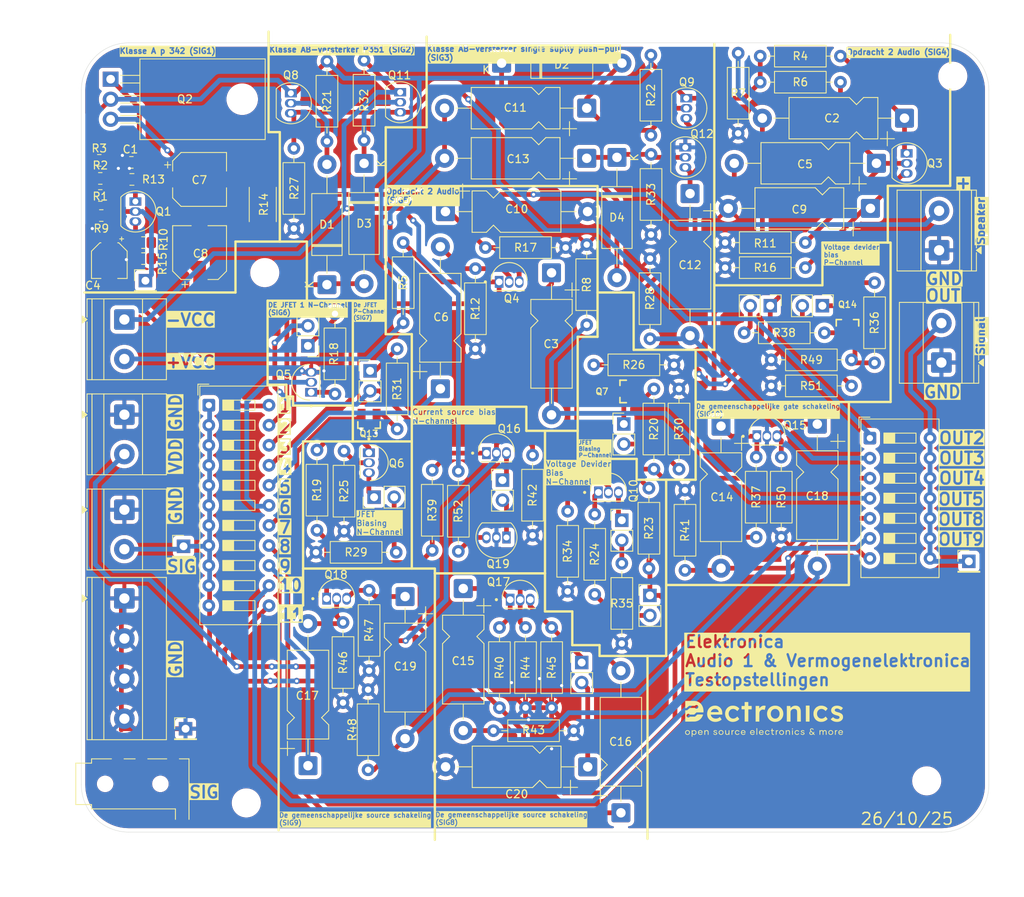
<source format=kicad_pcb>
(kicad_pcb (version 20241229) (generator "pcbnew") (generator_version "9.0")
  (layers (0 "F.Cu" signal) (2 "B.Cu" signal) (13 "F.Paste" user) (15 "B.Paste" user) (5 "F.SilkS" user "F.Silkscreen") (7 "B.SilkS" user "B.Silkscreen") (1 "F.Mask" user) (3 "B.Mask" user) (25 "Edge.Cuts" user))
  (net 0 "")
  (net 1 "SIG1")
  (net 2 "GND")
  (net 3 "Net-(J2-Pin_1)")
  (net 4 "SIG3")
  (net 5 "Net-(D4-K)")
  (net 6 "Net-(Q2-E)")
  (net 7 "OUT3")
  (net 8 "SIG4")
  (net 9 "OUT4")
  (net 10 "OUT5")
  (net 11 "SIG5")
  (net 12 "Net-(Q14-G)")
  (net 13 "SIG8")
  (net 14 "Net-(JP10-B)")
  (net 15 "Net-(Q14-D)")
  (net 16 "OUT8")
  (net 17 "Net-(Q16-D)")
  (net 18 "OUT10")
  (net 19 "SIG9")
  (net 20 "Net-(Q15-S)")
  (net 21 "OUT9")
  (net 22 "SIG10")
  (net 23 "Net-(D1-A)")
  (net 24 "SIG2")
  (net 25 "Net-(D2-K)")
  (net 26 "Net-(D3-K)")
  (net 27 "OUT")
  (net 28 "SIG")
  (net 29 "VCC")
  (net 30 "VSS")
  (net 31 "VDD")
  (net 32 "Net-(JP1-A)")
  (net 33 "Net-(JP3-A)")
  (net 34 "Net-(JP3-B)")
  (net 35 "Net-(JP4-B)")
  (net 36 "Net-(JP4-A)")
  (net 37 "Net-(JP5-A)")
  (net 38 "Net-(JP5-B)")
  (net 39 "Net-(JP7-B)")
  (net 40 "Net-(JP8-A)")
  (net 41 "Net-(JP8-B)")
  (net 42 "Net-(JP9-A)")
  (net 43 "Net-(JP9-B)")
  (net 44 "Net-(JP10-A)")
  (net 45 "OUT2")
  (net 46 "Net-(Q6-D)")
  (net 47 "SIG7")
  (net 48 "SIG6")
  (net 49 "Net-(Q10-G)")
  (net 50 "Net-(Q10-D)")
  (net 51 "SIG11")
  (net 52 "Net-(Q18-G)")
  (net 53 "Net-(Q1-C)")
  (net 54 "Net-(Q2-B)")
  (net 55 "Net-(Q3-C)")
  (net 56 "Net-(Q4-D)")
  (net 57 "Net-(Q3-B)")
  (net 58 "Net-(Q4-G)")
  (net 59 "Net-(C8-Pad1)")
  (net 60 "Net-(Q3-E)")
  (net 61 "Net-(Q4-S)")
  (net 62 "Net-(D2-A)")
  (net 63 "Net-(Q12-E)")
  (net 64 "Net-(Q15-D)")
  (net 65 "Net-(Q17-D)")
  (net 66 "Net-(Q17-G)")
  (net 67 "Net-(Q18-S)")
  (net 68 "Net-(JP2-B)")
  (net 69 "Net-(JP6-A)")
  (net 70 "Net-(Q1-E)")
  (net 71 "Net-(Q5-D)")
  (net 72 "Net-(Q6-G)")
  (net 73 "Net-(Q7-G)")
  (net 74 "Net-(Q7-D)")
  (net 75 "Net-(Q13-D)")
  (net 76 "Net-(Q19-E)")
  (net 77 "Net-(J4-Pin_2)")
  (footprint "Capacitor_THT:CP_Axial_L11.0mm_D5.0mm_P18.00mm_Horizontal" (layer "F.Cu") (at 142.6095 60.342 -90)
    (property "Reference" "C3")
    (property "Value" "~")
  )
  (footprint "Resistor_THT:R_Axial_DIN0207_L6.3mm_D2.5mm_P10.16mm_Horizontal" (layer "F.Cu") (at 177.165 67.945 180)
    (property "Reference" "R38")
    (property "Value" "Rd")
  )
  (footprint "Resistor_THT:R_Axial_DIN0207_L6.3mm_D2.5mm_P10.16mm_Horizontal" (layer "F.Cu") (at 130.81 85.476 -90)
    (property "Reference" "R52")
    (property "Value" "Re")
  )
  (footprint "J109:TRANS_J109" (layer "F.Cu") (at 112.1725 74.21125 90)
    (property "Reference" "Q5")
    (property "Value" "NJFET")
  )
  (footprint "Resistor_SMD:R_0805_2012Metric_Pad1.20x1.40mm_HandSolder" (layer "F.Cu") (at 85.598 53.086 180)
    (property "Reference" "R9")
    (property "Value" "10k")
  )
  (footprint "Resistor_THT:R_Axial_DIN0207_L6.3mm_D2.5mm_P10.16mm_Horizontal" (layer "F.Cu") (at 170.434 71.374)
    (property "Reference" "R49")
    (property "Value" "~")
  )
  (footprint "Resistor_THT:R_Axial_DIN0207_L6.3mm_D2.5mm_P10.16mm_Horizontal" (layer "F.Cu") (at 118.872 43.561 90)
    (property "Reference" "R32")
    (property "Value" "430")
  )
  (footprint "Resistor_THT:R_Axial_DIN0207_L6.3mm_D2.5mm_P10.16mm_Horizontal" (layer "F.Cu") (at 144.653 100.711 90)
    (property "Reference" "R34")
    (property "Value" "~")
  )
  (footprint "Capacitor_THT:CP_Axial_L11.0mm_D5.0mm_P18.00mm_Horizontal" (layer "F.Cu") (at 129.176 52.5895)
    (property "Reference" "C10")
    (property "Value" "~")
  )
  (footprint "Resistor_THT:R_Axial_DIN0207_L6.3mm_D2.5mm_P10.16mm_Horizontal" (layer "F.Cu") (at 183.515 71.755 90)
    (property "Reference" "R36")
    (property "Value" "~")
  )
  (footprint "Capacitor_THT:CP_Axial_L11.0mm_D5.0mm_P18.00mm_Horizontal" (layer "F.Cu") (at 147.066 39.4855 180)
    (property "Reference" "C11")
    (property "Value" "22uF")
  )
  (footprint "Resistor_THT:R_Axial_DIN0207_L6.3mm_D2.5mm_P10.16mm_Horizontal" (layer "F.Cu") (at 158.115 72.009 180)
    (property "Reference" "R26")
    (property "Value" "Rg")
  )
  (footprint "Button_Switch_THT:SW_DIP_SPSTx11_Slide_9.78x30.12mm_W7.62mm_P2.54mm" (layer "F.Cu") (at 99.2124 77.1144)
    (property "Reference" "SW2" (hide yes))
    (property "Value" "SW_DIP_x11")
  )
  (footprint "Resistor_THT:R_Axial_DIN0207_L6.3mm_D2.5mm_P10.16mm_Horizontal" (layer "F.Cu") (at 114.173 33.528 -90)
    (property "Reference" "R21")
    (property "Value" "430")
  )
  (footprint "Resistor_THT:R_Axial_DIN0207_L6.3mm_D2.5mm_P10.16mm_Horizontal" (layer "F.Cu") (at 155.575 75.057 -90)
    (property "Reference" "R20")
    (property "Value" "Rd")
  )
  (footprint "Capacitor_THT:CP_Axial_L11.0mm_D5.0mm_P18.00mm_Horizontal" (layer "F.Cu") (at 176.2645 79.519 -90)
    (property "Reference" "C18")
    (property "Value" "C1")
  )
  (footprint "Resistor_SMD:R_0805_2012Metric_Pad1.20x1.40mm_HandSolder" (layer "F.Cu") (at 85.471 48.387)
    (property "Reference" "R2")
    (property "Value" "4.7k")
  )
  (footprint "Capacitor_THT:CP_Axial_L11.0mm_D5.0mm_P18.00mm_Horizontal" (layer "F.Cu") (at 147.066 45.8355 180)
    (property "Reference" "C13")
    (property "Value" "22uF")
  )
  (footprint "Capacitor_THT:CP_Axial_L11.0mm_D5.0mm_P18.00mm_Horizontal" (layer "F.Cu") (at 147.193 122.936 180)
    (property "Reference" "C20")
    (property "Value" "~")
  )
  (footprint "Connector_PinHeader_2.54mm:PinHeader_1x02_P2.54mm_Vertical" (layer "F.Cu") (at 136.398 86.614)
    (property "Reference" "JP10" (hide yes))
    (property "Value" "Jumper_2_Open")
  )
  (footprint "Package_TO_SOT_THT:TO-92_Inline" (layer "F.Cu") (at 136.906 93.879 180)
    (property "Reference" "Q19")
    (property "Value" "BC547")
  )
  (footprint "J109:TRANS_J109" (layer "F.Cu") (at 138.64075 101.7585)
    (property "Reference" "Q17")
    (property "Value" "NJFET")
  )
  (footprint "J109:TRANS_J109" (layer "F.Cu") (at 115.39975 101.6315)
    (property "Reference" "Q18")
    (property "Value" "NJFET")
  )
  (footprint "Resistor_THT:R_Axial_DIN0207_L6.3mm_D2.5mm_P10.16mm_Horizontal" (layer "F.Cu") (at 112.781 95.758)
    (property "Reference" "R29")
    (property "Value" "Rs")
  )
  (footprint "J109:TRANS_J109" (layer "F.Cu") (at 137.24375 61.4995)
    (property "Reference" "Q4")
    (property "Value" "NJFET")
  )
  (footprint "Connector_PinHeader_2.54mm:PinHeader_1x02_P2.54mm_Vertical" (layer "F.Cu") (at 170.307 64.516 -90)
    (property "Reference" "JP7" (hide yes))
    (property "Value" "Jumper_2_Open")
  )
  (footprint "Package_TO_SOT_THT:TO-92_Inline" (layer "F.Cu") (at 159.55 44.45 -90)
    (property "Reference" "Q12")
    (property "Value" "BC557")
  )
  (footprint "Diode_THT:D_DO-15_P15.24mm_Horizontal" (layer "F.Cu") (at 150.893 45.72 -90)
    (property "Reference" "D4")
    (property "Value" "D")
  )
  (footprint "Resistor_THT:R_Axial_DIN0207_L6.3mm_D2.5mm_P10.16mm_Horizontal" (layer "F.Cu") (at 171.704 93.853 90)
    (property "Reference" "R50")
    (property "Value" "Rs")
  )
  (footprint "Connector_PinHeader_2.54mm:PinHeader_1x02_P2.54mm_Vertical" (layer "F.Cu") (at 119.634 72.766)
    (property "Reference" "JP6" (hide yes))
    (property "Value" "Jumper_2_Open")
  )
  (footprint "Resistor_SMD:R_2512_6332Metric_Pad1.40x3.35mm_HandSolder" (layer "F.Cu") (at 106.045 51.689 -90)
    (property "Reference" "R14")
    (property "Value" "33, 2W")
  )
  (footprint "Connector_PinHeader_2.54mm:PinHeader_1x02_P2.54mm_Vertical" (layer "F.Cu") (at 111.76 69.601 180)
    (property "Reference" "JP1" (hide yes))
    (property "Value" "Jumper_2_Open")
  )
  (footprint "Resistor_THT:R_Axial_DIN0207_L6.3mm_D2.5mm_P10.16mm_Horizontal" (layer "F.Cu") (at 155.211 45.339 -90)
    (property "Reference" "R33")
    (property "Value" "470")
  )
  (footprint "Capacitor_SMD:C_0805_2012Metric" (layer "F.Cu") (at 89.474 48.514)
    (property "Reference" "C1")
    (property "Value" "0.22uF")
  )
  (footprint "Connector_PinHeader_2.54mm:PinHeader_1x01_P2.54mm_Vertical" (layer "F.Cu") (at 96.012 94.996)
    (property "Reference" "J7" (hide yes))
    (property "Value" "Conn_01x01_Pin")
  )
  (footprint "Connector_PinHeader_2.54mm:PinHeader_1x02_P2.54mm_Vertical" (layer "F.Cu") (at 151.765 79.502)
    (property "Reference" "JP4" (hide yes))
    (property "Value" "Jumper_2_Open")
  )
  (footprint "Resistor_THT:R_Axial_DIN0207_L6.3mm_D2.5mm_P10.16mm_Horizontal" (layer "F.Cu") (at 168.529 83.693 -90)
    (property "Reference" "R37")
    (property "Value" "Rd")
  )
  (footprint "Resistor_THT:R_Axial_DIN0207_L6.3mm_D2.5mm_P10.16mm_Horizontal" (layer "F.Cu") (at 169.037 36.195)
    (property "Reference" "R6")
    (property "Value" "~")
  )
  (footprint "Resistor_THT:R_Axial_DIN0207_L6.3mm_D2.5mm_P10.16mm_Horizontal" (layer "F.Cu") (at 169.037 32.893)
    (property "Reference" "R4")
    (property "Value" "Rc")
  )
  (footprint "Connector_PinHeader_2.54mm:PinHeader_1x01_P2.54mm_Vertical" (layer "F.Cu") (at 96.266 118.11)
    (property "Reference" "J3" (hide yes))
    (property "Value" "Conn_01x01_Pin")
  )
  (footprint "Capacitor_THT:CP_Axial_L11.0mm_D5.0mm_P18.00mm_Horizontal" (layer "F.Cu") (at 183.752 46.4705 180)
    (property "Reference" "C5")
    (property "Value" "~")
  )
  (footprint "MountingHole:MountingHole_3.2mm_M3" (layer "F.Cu") (at 103.9622 127.508)
    (property "Reference" "H4" (hide yes))
    (property "Value" "MountingHole")
  )
  (footprint "Resistor_THT:R_Axial_DIN0207_L6.3mm_D2.5mm_P10.16mm_Horizontal" (layer "F.Cu") (at 134.239 57.15)
    (property "Reference" "R17")
    (property "Value" "Rs")
  )
  (footprint "Resistor_THT:R_Axial_DIN0207_L6.3mm_D2.5mm_P10.16mm_Horizontal" (layer "F.Cu") (at 115.189 75.692 90)
    (property "Reference" "R18")
    (property "Value" "Rd")
  )
  (footprint "MMBFJ176:SOT23" (layer "F.Cu") (at 119.507 79.375 180)
    (property "Reference" "Q13")
    (property "Value" "PJFET")
  )
  (footprint "Package_TO_SOT_THT:TO-92_Inline" (layer "F.Cu") (at 123.444 37.465 -90)
    (property "Reference" "Q11")
    (property "Value" "BC557")
  )
  (footprint "Package_TO_SOT_THT:TO-220-3_Horizontal_TabDown" (layer "F.Cu") (at 86.782 35.814 -90)
    (property "Reference" "Q2")
    (property "Value" "TIP142")
  )
  (footprint "Capacitor_THT:CP_Axial_L11.0mm_D5.0mm_P18.00mm_Horizontal" (layer "F.Cu") (at 160.1525 50.309 -90)
    (property "Reference" "C12")
    (property "Value" "470")
  )
  (footprint "Capacitor_THT:CP_Axial_L11.0mm_D5.0mm_P18.00mm_Horizontal" (layer "F.Cu") (at 182.99 52.1855 180)
    (property "Reference" "C9")
    (property "Value" "~")
  )
  (footprint "Resistor_THT:R_Axial_DIN0207_L6.3mm_D2.5mm_P10.16mm_Horizontal" (layer "F.Cu") (at 112.908 82.804 -90)
    (property "Reference" "R19")
    (property "Value" "Rd")
  )
  (footprint "Resistor_THT:R_Axial_DIN0207_L6.3mm_D2.5mm_P10.16mm_Horizontal" (layer "F.Cu") (at 142.621 105.283 -90)
    (property "Reference" "R45")
    (property "Value" "Rs")
  )
  (footprint "Capacitor_THT:CP_Axial_L11.0mm_D5.0mm_P18.00mm_Horizontal" (layer "F.Cu") (at 111.7715 122.792 90)
    (property "Reference" "C17")
    (property "Value" "C1")
  )
  (footprint "Diode_THT:D_DO-15_P15.24mm_Horizontal" (layer "F.Cu") (at 136.288 33.782)
    (property "Reference" "D2")
    (property "Value" "D")
  )
  (footprint "Connector_PinHeader_2.54mm:PinHeader_1x01_P2.54mm_Vertical" (layer "F.Cu") (at 91.186 61.341)
    (property "Reference" "J2" (hide yes))
    (property "Value" "Conn_01x01_Pin")
  )
  (footprint "Capacitor_THT:CP_Axial_L11.0mm_D5.0mm_P18.00mm_Horizontal" (layer "F.Cu") (at 187.308 40.7555 180)
    (property "Reference" "C2")
    (property "Value" "~")
  )
  (footprint "Resistor_THT:R_Axial_DIN0207_L6.3mm_D2.5mm_P10.16mm_Horizontal" (layer "F.Cu") (at 123.825 66.675 90)
    (property "Reference" "R5")
    (property "Value" "Rd")
  )
  (footprint "Connector_PinHeader_2.54mm:PinHeader_1x02_P2.54mm_Vertical" (layer "F.Cu") (at 146.431 109.723)
    (property "Reference" "JP9" (hide yes))
    (property "Value" "~")
  )
  (footprint "Resistor_THT:R_Axial_DIN0207_L6.3mm_D2.5mm_P10.16mm_Horizontal" (layer "F.Cu") (at 159.512 98.044 90)
    (property "Reference" "R41")
    (property "Value" "Rl")
  )
  (footprint "Drawings_Customs:Dectronics_Sub_20mm" (layer "F.Cu") (at 169.5196 116.84)
    (property "Reference" "G***" (hide yes))
    (property "Value" "LOGO" (hide yes))
  )
  (footprint "MMBFJ176:SOT23" (layer "F.Cu") (at 180.086 66.929)
    (property "Reference" "Q14")
    (property "Value" "PJFET")
  )
  (footprint "Resistor_THT:R_Axial_DIN0207_L6.3mm_D2.5mm_P10.16mm_Horizontal" (layer "F.Cu") (at 119.507 100.584 -90)
    (property "Reference" "R47")
    (property "Value" "Rs")
  )
  (footprint "Resistor_THT:R_Axial_DIN0207_L6.3mm_D2.5mm_P10.16mm_Horizontal" (layer "F.Cu") (at 166.243 32.512 -90)
    (property "Reference" "R7")
    (property "Value" "Rl")
  )
  (footprint "Package_TO_SOT_THT:TO-92_Inline" (layer "F.Cu") (at 109.601 37.592 -90)
    (property "Reference" "Q8")
    (property "Value" "BC547")
  )
  (footprint "Connector_PinHeader_2.54mm:PinHeader_1x02_P2.54mm_Vertical" (layer "F.Cu") (at 151.511 91.694)
    (property "Reference" "JP5" (hide yes))
    (property "Value" "Jmpr")
  )
  (footprint "Resistor_THT:R_Axial_DIN0207_L6.3mm_D2.5mm_P10.16mm_Horizontal" (layer "F.Cu") (at 119.38 123.317 90)
    (property "Reference" "R48")
    (property "Value" "Rl")
  )
  (footprint "TerminalBlock_Phoenix:TerminalBlock_Phoenix_MKDS-1,5-2_1x02_P5.00mm_Horizontal" (layer "F.Cu") (at 88.519 90.364 -90)
    (property "Reference" "J6" (hide yes))
    (property "Value" "Sig")
  )
  (footprint "Resistor_THT:R_Axial_DIN0207_L6.3mm_D2.5mm_P10.16mm_Horizontal" (layer "F.Cu") (at 136.017 115.443 90)
    (property "Reference" "R40")
    (property "Value" "Rd")
  )
  (footprint "J109:TRANS_J109" (layer "F.Cu") (at 169.88275 81.0575)
    (property "Reference" "Q15")
    (property "Value" "NJFET")
  )
  (footprint "Resistor_SMD:R_0805_2012Metric_Pad1.20x1.40mm_HandSolder" (layer "F.Cu") (at 90.932 56.515)
    (property "Reference" "R10")
    (property "Value" "68")
  )
  (footprint "J109:TRANS_J109" (layer "F.Cu") (at 149.81675 88.1695)
    (property "Reference" "Q10")
    (property "Value" "NJFET")
  )
  (footprint "Connector_PinHeader_2.54mm:PinHeader_1x01_P2.54mm_Vertical" (layer "F.Cu") (at 195.453 96.901)
    (property "Reference" "J9")
    (property "Value" "Conn_01x01_Pin")
  )
  (footprint "Connector_PinHeader_2.54mm:PinHeader_1x02_P2.54mm_Vertical" (layer "F.Cu") (at 176.911 64.516 -90)
    (property "Reference" "JP8" (hide yes))
    (property "Value" "Jumper_2_Open")
  )
  (footprint "TerminalBlock_Phoenix:TerminalBlock_Phoenix_MKDS-1,5-2_1x02_P5.00mm_Horizontal" (layer "F.Cu") (at 88.519 78.314 -90)
    (property "Reference" "J11" (hide yes))
    (property "Value" "Power in")
  )
  (footprint "Button_Switch_THT:SW_DIP_SPSTx07_Slide_9.78x19.96mm_W7.62mm_P2.54mm" (layer "F.Cu") (at 182.9225 81.2925)
    (property "Reference" "SW1" (hide yes))
    (property "Value" "SW_DIP_x07")
  )
  (footprint "Resistor_THT:R_Axial_DIN0207_L6.3mm_D2.5mm_P10.16mm_Horizontal" (layer "F.Cu") (at 151.511 107.315 90)
    (property "Reference" "R35")
    (property "Value" "Rs")
  )
  (footprint "Resistor_THT:R_Axial_DIN0207_L6.3mm_D2.5mm_P10.16mm_Horizontal" (layer "F.Cu") (at 148.082 90.932 -90)
    (property "Reference" "R24")
    (property "Value" "Rd")
  )
  (footprint "Resistor_THT:R_Axial_DIN0207_L6.3mm_D2.5mm_P10.16mm_Horizontal" (layer "F.Cu") (at 170.434 74.676)
    (property "Reference" "R51")
    (property "Value" "Rs")
  )
  (footprint "Package_TO_SOT_THT:TO-92_Inline" (layer "F.Cu") (at 159.677 38.227 -90)
    (property "Reference" "Q9")
    (property "Value" "BC547")
  )
  (footprint "Package_TO_SOT_THT:TO-92_Inline" (layer "F.Cu") (at 89.916 51.308 -90)
    (property "Reference" "Q1")
    (property "Value" "BC547")
  )
  (footprint "Capacitor_SMD:CP_Elec_6.3x5.4" (layer "F.Cu") (at 98.044 57.785 90)
    (property "Reference" "C8")
    (property "Value" "100uF")
  )
  (footprint "Resistor_THT:R_Axial_DIN0207_L6.3mm_D2.5mm_P10.16mm_Horizontal" (layer "F.Cu") (at 116.337 93.091 90)
    (property "Reference" "R25")
    (property "Value" "Rg")
  )
  (footprint "Resistor_THT:R_Axial_DIN0207_L6.3mm_D2.5mm_P10.16mm_Horizontal" (layer "F.Cu") (at 127.508 85.349 -90)
    (property "Reference" "R39")
    (property "Value" "Rd")
  )
  (footprint "Capacitor_THT:CP_Axial_L11.0mm_D5.0mm_P18.00mm_Horizontal" (layer "F.Cu") (at 128.5355 75.04 90)
    (property "Reference" "C6")
    (property "Value" "~")
  )
  (footprint "Capacitor_THT:CP_Axial_L11.0mm_D5.0mm_P18.00mm_Horizontal" (layer "F.Cu") (at 124.0675 101.363 -90)
    (property "Reference" "C19")
    (property "Value" "C2")
  )
  (footprint "Resistor_THT:R_Axial_DIN0207_L6.3mm_D2.5mm_P10.16mm_Horizontal" (layer "F.Cu") (at 135.255 118.364)
    (property "Reference" "R43")
    (property "Value" "Rl")
  )
  (footprint "Resistor_THT:R_Axial_DIN0207_L6.3mm_D2.5mm_P10.16mm_Horizontal" (layer "F.Cu") (at 132.969 59.817 -90)
    (property "Reference" "R12")
    (property "Value" "Rg")
  )
  (footprint "Capacitor_SMD:CP_Elec_6.3x5.4" (layer "F.Cu") (at 98.044 48.514)
    (property "Reference" "C7")
    (property "Value" "100uF")
  )
  (footprint "Resistor_SMD:R_0805_2012Metric_Pad1.20x1.40mm_HandSolder" (layer "F.Cu") (at 85.344 46.101)
    (property "Reference" "R3")
    (property "Value" "5.6k")
  )
  (footprint "Connector_PinHeader_2.54mm:PinHeader_1x02_P2.54mm_Vertical" (layer "F.Cu") (at 155.067 101.219)
    (property "Reference" "JP2" (hide yes))
    (property "Value" "Jmpr")
  )
  (footprint "Resistor_THT:R_Axial_DIN0207_L6.3mm_D2.5mm_P10.16mm_Horizontal" (layer "F.Cu") (at 147.066 66.929 90)
    (property "Reference" "R8")
    (property "Value" "Rl")
  )
  (footprint "Resistor_THT:R_Axial_DIN0207_L6.3mm_D2.5mm_P10.16mm_Horizontal" (layer "F.Cu") (at 123.063 80.137 90)
    (property "Reference" "R31")
    (property "Value" "Rd")
  )
  (footprint "MountingHole:MountingHole_3.2mm_M3" (layer "F.Cu") (at 190.119 124.714)
    (property "Reference" "H3" (hide yes))
    (property "Value" "MountingHole")
  )
  (footprint "J109:TRANS_J109" (layer "F.Cu") (at 135.636 83.19)
    (property "Reference" "Q16")
    (property "Value" "NJFET")
  )
  (footprint "TerminalBlock_Phoenix:TerminalBlock_Phoenix_MKDS-1,5-2_1x02_P5.00mm_Horizontal" (layer "F.Cu") (at 191.6885 57.491 90)
    (property "Reference" "J4" (hide yes))
    (property "Value" "Speaker 8 Ohm")
  )
  (footprint "MMBFJ176:SOT23" (layer "F.Cu") (at 151.935 75.377 90)
    (property "Reference" "Q7")
    (property "Value" "PJFET")
  )
  (footprint "Resistor_THT:R_Axial_DIN0207_L6.3mm_D2.5mm_P10.16mm_Horizontal" (layer "F.Cu") (at 158.75 75.057 -90)
    (property "Reference" "R30")
    (property "Value" "Rs")
  )
  (footprint "MountingHole:MountingHole_3.2mm_M3" (layer "F.Cu") (at 106.299 60.325)
    (property "Reference" "H2" (hide yes))
    (property "Value" "MountingHole")
  )
  (footprint "Capacitor_THT:CP_Axial_L11.0mm_D5.0mm_P18.00mm_Horizontal" (layer "F.Cu") (at 151.3955 128.761 90)
    (property "Reference" "C16")
    (property "Value" "~")
  )
  (footprint "Resistor_SMD:R_0805_2012Metric_Pad1.20x1.40mm_HandSolder" (layer "F.Cu") (at 89.408 46.355 180)
    (property "Reference" "R13")
    (property "Value" "22k")
  )
  (footprint "MountingHole:MountingHole_3.2mm_M3" (layer "F.Cu") (at 193.421 35.433)
    (property "Reference" "H1" (hide yes))
    (property "Value" "MountingHole")
  )
  (footprint "TerminalBlock_Phoenix:TerminalBlock_Phoenix_MKDS-1,5-4-5.08_1x04_P5.08mm_Horizontal" (layer "F.Cu") (at 88.519 101.6 -90)
    (property "Reference" "J5" (hide yes))
    (property "Value" "GDN terminals")
  )
  (footprint "Resistor_THT:R_Axial_DIN0207_L6.3mm_D2.5mm_P10.16mm_Horizontal" (layer "F.Cu") (at 155.084 68.707 90)
    (property "Reference" "R28")
    (property "Value" "50")
  )
  (footprint "Resistor_THT:R_Axial_DIN0207_L6.3mm_D2.5mm_P10.16mm_Horizontal" (layer "F.Cu") (at 155.194 32.766 -90)
    (property "Reference" "R22")
    (property "Value" "470")
  )
  (footprint "TerminalBlock_Phoenix:TerminalBlock_Phoenix_MKDS-1,5-2_1x02_P5.00mm_Horizontal" (layer "F.Cu") (at 88.519 66.264 -90)
    (property "Reference" "J10" (hide yes))
    (property "Value" "Power in")
  )
  (footprint "Diode_THT:D_DO-15_P15.24mm_Horizontal" (layer "F.Cu") (at 114.173 61.849 90)
    (property "Reference" "D1")
    (property "Value" "D")
  )
  (footprint "Resistor_THT:R_Axial_DIN0207_L6.3mm_D2.5mm_P10.16mm_Horizontal" (layer "F.Cu") (at 109.982 44.577 -90)
    (property "Reference" "R27")
    (property "Value" "16")
  )
  (footprint "Capacitor_THT:CP_Axial_L11.0mm_D5.0mm_P18.00mm_Horizontal" (layer "F.Cu") (at 164.0725 79.773 -90)
    (property "Reference" "C14")
    (property "Value" "C2")
  )
  (footprint "Resistor_THT:R_Axial_DIN0207_L6.3mm_D2.5mm_P10.16mm_Horizontal" (layer "F.Cu") (at 140.208 93.604 90)
    (property "Reference" "R42")
    (property "Value" "Rg")
  )
  (footprint "Connector_PinHeader_2.54mm:PinHeader_1x02_P2.54mm_Vertical" (layer "F.Cu") (at 120.142 88.773 90)
    (property "Reference" "JP3" (hide yes))
    (property "Value" "Jumper_2_Open")
  )
  (footprint "J109:TRANS_J109" (layer "F.Cu") (at 119.4805 84.41175 -90)
    (property "Reference" "Q6")
    (property "Value" "NJFET")
  )
  (footprint "Capacitor_SMD:CP_Elec_4x5.4" (layer "F.Cu") (at 86.614 58.801 -90)
    (property "Reference" "C4")
    (property "Value" "1uF")
  )
  (footprint "Resistor_THT:R_Axial_DIN0207_L6.3mm_D2.5mm_P10.16mm_Horizontal" (layer "F.Cu") (at 174.752 56.515 180)
    (property "Reference" "R11")
    (property "Value" "~")
  )
  (footprint "Resistor_SMD:R_0805_2012Metric_Pad1.20x1.40mm_HandSolder" (layer "F.Cu") (at 90.932 58.547 180)
    (property "Reference" "R15")
    (property "Value" "560")
  )
  (footprint "Resistor_THT:R_Axial_DIN0207_L6.3mm_D2.5mm_P10.16mm_Horizontal" (layer "F.Cu") (at 139.319 105.283 -90)
    (property "Reference" "R44")
    (property "Value" "Rg")
  )
  (footprint "Diode_THT:D_DO-15_P15.24mm_Horizontal" (layer "F.Cu") (at 118.872 46.482 -90)
    (property "Reference" "D3")
    (property "Value" "D")
  )
  (footprint "Capacitor_THT:CP_Axial_L11.0mm_D5.0mm_P18.00mm_Horizontal" (layer "F.Cu") (at 131.4335 100.347 -90)
    (property "Reference" "C15")
    (property "Value" "~")
  )
  (footprint "Connector_Audio:Jack_3.5mm_KoreanHropartsElec_PJ-320D-4A_Horizontal" (layer "F.Cu") (at 90.835 125.095)
    (property "Reference" "J1" (hide yes))
    (property "Value" "AudioJack2_Switch")
  )
  (footprint "Resistor_THT:R_Axial_DIN0207_L6.3mm_D2.5mm_P10.16mm_Horizontal" (layer "F.Cu") (at 116.205 104.648 -90)
    (property "Reference" "R46")
    (property "Value" "Rg")
  )
  (footprint "Package_TO_SOT_THT:TO-92_Inline" (layer "F.Cu") (at 187.579 45.212 -90)
    (property "Reference" "Q3")
    (property "Value" "BC547")
  )
  (footprint "Resistor_THT:R_Axial_DIN0207_L6.3mm_D2.5mm_P10.16mm_Horizontal" (layer "F.Cu") (at 154.94 87.63 -90)
    (property "Reference" "R23")
    (property "Value" "~")
  )
  (footprint "Resistor_SMD:R_0805_2012Metric_Pad1.20x1.40mm_HandSolder" (layer "F.Cu") (at 85.471 50.546)
    (property "Reference" "R1")
    (property "Value" "56k")
  )
  (footprint "Resistor_THT:R_Axial_DIN0207_L6.3mm_D2.5mm_P10.16mm_Horizontal" (layer "F.Cu") (at 174.752 59.69 180)
    (property "Reference" "R16")
    (property "Value" "Re")
  )
  (footprint "TerminalBlock_Phoenix:TerminalBlock_Phoenix_MKDS-1,5-2_1x02_P5.00mm_Horizontal" (layer "F.Cu") (at 191.9785 71.715 90)
    (property "Reference" "J8" (hide yes))
    (property "Value" "Out")
  )
  (gr_line (start 176.911 56.515) (end 185.1914 56.515) (stroke (width 0.3)) (layer "F.SilkS"))
  (gr_line (start 145.923 83.9216) (end 153.3906 83.9216) (stroke (width 0.3)) (layer "F.SilkS"))
  (gr_line (start 124.9172 77.3176) (end 139.4206 77.3176) (stroke (width 0.3)) (layer "F.SilkS"))
  (gr_line (start 145.923 80.3656) (end 145.923 68.453) (stroke (width 0.3)) (layer "F.SilkS"))
  (gr_line (start 102.5906 62.8396) (end 102.5906 56.388) (stroke (width 0.3)) (layer "F.SilkS"))
  (gr_line (start 117.4496 81.7118) (end 111.1504 81.7118) (stroke (width 0.3)) (layer "F.SilkS"))
  (gr_line (start 141.7828 98.425) (end 141.7828 103.251) (stroke (width 0.3)) (layer "F.SilkS"))
  (gr_line (start 106.6546 74.5236) (end 109.0422 74.5236) (stroke (width 0.3)) (layer "F.SilkS"))
  (gr_line (start 193.0908 49.3268) (end 193.0908 30.2006) (stroke (width 0.3)) (layer "F.SilkS"))
  (gr_line (start 117.4496 77.1652) (end 117.4496 81.7118) (stroke (width 0.3)) (layer "F.SilkS"))
  (gr_line (start 148.4376 49.3522) (end 148.4376 62.8396) (stroke (width 0.3)) (layer "F.SilkS"))
  (gr_line (start 127.8382 98.425) (end 141.7828 98.425) (stroke (width 0.3)) (layer "F.SilkS"))
  (gr_line (start 106.7816 42.5196) (end 106.7816 29.7942) (stroke (width 0.3)) (layer "F.SilkS"))
  (gr_line (start 153.0096 62.8396) (end 153.0096 70.104) (stroke (width 0.3)) (layer "F.SilkS"))
  (gr_line (start 141.7828 103.251) (end 145.2372 103.251) (stroke (width 0.3)) (layer "F.SilkS"))
  (gr_line (start 109.8804 77.1652) (end 117.4496 77.1652) (stroke (width 0.3)) (layer "F.SilkS"))
  (gr_line (start 83.4644 62.8396) (end 102.5906 62.8396) (stroke (width 0.3)) (layer "F.SilkS"))
  (gr_line (start 111.1504 81.7118) (end 111.1504 97.8154) (stroke (width 0.3)) (layer "F.SilkS"))
  (gr_line (start 141.7828 98.425) (end 141.7828 80.3656) (stroke (width 0.3)) (layer "F.SilkS"))
  (gr_line (start 117.4496 81.7118) (end 124.9172 81.7118) (stroke (width 0.3)) (layer "F.SilkS"))
  (gr_line (start 124.9172 97.8154) (end 127.8382 97.8154) (stroke (width 0.3)) (layer "F.SilkS"))
  (gr_line (start 121.6152 41.91) (end 126.7968 41.91) (stroke (width 0.3)) (layer "F.SilkS"))
  (gr_line (start 163.322 61.9252) (end 176.911 61.9252) (stroke (width 0.3)) (layer "F.SilkS"))
  (gr_line (start 148.6916 107.5182) (end 148.6916 108.8898) (stroke (width 0.3)) (layer "F.SilkS"))
  (gr_line (start 117.4496 77.1652) (end 117.4496 63.9064) (stroke (width 0.3)) (layer "F.SilkS"))
  (gr_line (start 108.074 102.496) (end 111.1504 102.496) (stroke (width 0.3)) (layer "F.SilkS"))
  (gr_line (start 180.2638 76.708) (end 180.2638 99.8982) (stroke (width 0.3)) (layer "F.SilkS"))
  (gr_line (start 108.204 42.5196) (end 106.7816 42.5196) (stroke (width 0.3)) (layer "F.SilkS"))
  (gr_line (start 145.2372 107.5182) (end 148.6916 107.5182) (stroke (width 0.3)) (layer "F.SilkS"))
  (gr_line (start 185.1914 56.515) (end 185.4708 56.515) (stroke (width 0.3)) (layer "F.SilkS"))
  (gr_line (start 108.074 102.496) (end 108.0516 130.9624) (stroke (width 0.3)) (layer "F.SilkS"))
  (gr_line (start 154.7622 108.8898) (end 154.7622 132.0546) (stroke (width 0.3)) (layer "F.SilkS"))
  (gr_line (start 126.7968 41.91) (end 126.7968 30.4292) (stroke (width 0.3)) (layer "F.SilkS"))
  (gr_line (start 145.2372 103.251) (end 145.2372 107.5182) (stroke (width 0.3)) (layer "F.SilkS"))
  (gr_line (start 180.2638 99.8982) (end 157.1498 99.8982) (stroke (width 0.3)) (layer "F.SilkS"))
  (gr_line (start 176.911 61.9252) (end 176.911 56.515) (stroke (width 0.3)) (layer "F.SilkS"))
  (gr_line (start 124.9172 81.7118) (end 124.9172 97.8154) (stroke (width 0.3)) (layer "F.SilkS"))
  (gr_line (start 185.1914 49.3268) (end 193.0908 49.3268) (stroke (width 0.3)) (layer "F.SilkS"))
  (gr_line (start 108.204 56.388) (end 108.204 42.5196) (stroke (width 0.3)) (layer "F.SilkS"))
  (gr_line (start 153.0096 70.104) (end 163.2204 70.104) (stroke (width 0.3)) (layer "F.SilkS"))
  (gr_line (start 121.6152 63.881) (end 121.6152 41.91) (stroke (width 0.3)) (layer "F.SilkS"))
  (gr_line (start 154.7622 108.8898) (end 157.1244 108.8898) (stroke (width 0.3)) (layer "F.SilkS"))
  (gr_line (start 127.8382 98.425) (end 127.8382 97.8408) (stroke (width 0.3)) (layer "F.SilkS"))
  (gr_line (start 139.4206 80.3656) (end 145.923 80.3656) (stroke (width 0.3)) (layer "F.SilkS"))
  (gr_line (start 139.4206 77.3176) (end 139.4206 80.3656) (stroke (width 0.3)) (layer "F.SilkS"))
  (gr_line (start 102.5906 56.388) (end 108.204 56.388) (stroke (width 0.3)) (layer "F.SilkS"))
  (gr_line (start 157.1244 86.5632) (end 157.1244 108.8898) (stroke (width 0.3)) (layer "F.SilkS"))
  (gr_line (start 185.1914 56.515) (end 185.1914 49.3268) (stroke (width 0.3)) (layer "F.SilkS"))
  (gr_line (start 153.3906 86.5632) (end 160.8582 86.5632) (stroke (width 0.3)) (layer "F.SilkS"))
  (gr_line (start 111.1504 97.8154) (end 111.1504 102.4636) (stroke (width 0.3)) (layer "F.SilkS"))
  (gr_line (start 111.633 63.881) (end 106.6546 63.881) (stroke (width 0.3)) (layer "F.SilkS"))
  (gr_line (start 148.4376 62.8396) (end 148.4376 68.453) (stroke (width 0.3)) (layer "F.SilkS"))
  (gr_line (start 160.8582 86.5632) (end 160.8582 70.1548) (stroke (width 0.3)) (layer "F.SilkS"))
  (gr_line (start 127.8382 132.1816) (end 127.8382 98.425) (stroke (width 0.3)) (layer "F.SilkS"))
  (gr_line (start 121.6152 49.3522) (end 148.4376 49.3522) (stroke (width 0.3)) (layer "F.SilkS"))
  (gr_line (start 109.8804 76.0222) (end 109.8804 77.1652) (stroke (width 0.3)) (layer "F.SilkS"))
  (gr_line (start 121.6152 63.881) (end 121.6152 68.1228) (stroke (width 0.3)) (layer "F.SilkS"))
  (gr_line (start 145.923 68.453) (end 148.4376 68.453) (stroke (width 0.3)) (layer "F.SilkS"))
  (gr_line (start 106.6546 63.881) (end 106.6546 74.5236) (stroke (width 0.3)) (layer "F.SilkS"))
  (gr_line (start 148.4376 62.8396) (end 153.0096 62.8396) (stroke (width 0.3)) (layer "F.SilkS"))
  (gr_line (start 180.2638 76.708) (end 185.547 76.708) (stroke (width 0.3)) (layer "F.SilkS"))
  (gr_line (start 111.1504 97.8154) (end 124.9172 97.8154) (stroke (width 0.3)) (layer "F.SilkS"))
  (gr_line (start 153.3906 83.9216) (end 153.3906 86.5632) (stroke (width 0.3)) (layer "F.SilkS"))
  (gr_line (start 160.8836 76.708) (end 180.2638 76.708) (stroke (width 0.3)) (layer "F.SilkS"))
  (gr_line (start 109.0422 76.0222) (end 109.8804 76.0222) (stroke (width 0.3)) (layer "F.SilkS"))
  (gr_line (start 121.6152 68.1228) (end 124.9172 68.1228) (stroke (width 0.3)) (layer "F.SilkS"))
  (gr_line (start 111.633 63.881) (end 121.6152 63.881) (stroke (width 0.3)) (layer "F.SilkS"))
  (gr_line (start 124.9172 77.3176) (end 124.9172 81.7118) (stroke (width 0.3)) (layer "F.SilkS"))
  (gr_line (start 124.9172 68.1228) (end 124.9172 77.3176) (stroke (width 0.3)) (layer "F.SilkS"))
  (gr_line (start 148.6916 108.8898) (end 154.7622 108.8898) (stroke (width 0.3)) (layer "F.SilkS"))
  (gr_line (start 108.204 56.388) (end 111.633 56.388) (stroke (width 0.3)) (layer "F.SilkS"))
  (gr_line (start 185.547 76.708) (end 185.547 56.515) (stroke (width 0.3)) (layer "F.SilkS"))
  (gr_line (start 163.2204 70.104) (end 163.2204 31.3436) (stroke (width 0.3)) (layer "F.SilkS"))
  (gr_line (start 145.923 80.3656) (end 145.923 83.9216) (stroke (width 0.3)) (layer "F.SilkS"))
  (gr_line (start 109.0422 74.5236) (end 109.0422 76.0222) (stroke (width 0.3)) (layer "F.SilkS"))
  (gr_line (start 111.633 56.388) (end 111.633 63.881) (stroke (width 0.3)) (layer "F.SilkS"))
  (gr_line (start 83.073 37.209) (end 83.073 125.209) (stroke (width 0.05)) (layer "Edge.Cuts"))
  (gr_line (start 197.993 125.209) (end 197.993 37.209) (stroke (width 0.05)) (layer "Edge.Cuts"))
  (gr_arc (start 197.993 125.209) (mid 196.235641 129.451641) (end 191.993 131.209) (stroke (width 0.05)) (layer "Edge.Cuts"))
  (gr_arc (start 191.993 31.209) (mid 196.236348 32.967066) (end 197.993 37.211) (stroke (width 0.05)) (layer "Edge.Cuts"))
  (gr_arc (start 89.073 131.209) (mid 84.830359 129.451641) (end 83.073 125.209) (stroke (width 0.05)) (layer "Edge.Cuts"))
  (gr_arc (start 83.073 37.209) (mid 84.830359 32.966359) (end 89.073 31.209) (stroke (width 0.05)) (layer "Edge.Cuts"))
  (gr_line (start 89.073 131.209) (end 191.993 131.209) (stroke (width 0.05)) (layer "Edge.Cuts"))
  (gr_line (start 191.993 31.209) (end 89.073 31.209) (stroke (width 0.05)) (layer "Edge.Cuts"))
  (gr_text "OUT4" (at 191.516 87.249 0) (layer "F.SilkS" knockout) (effects (font (size 1.5 1.5) (thickness 0.3) (bold yes)) (justify left bottom)))
  (gr_text "Voltage Devider\nBias \nN-Channel" (at 141.8082 87.2236 0) (layer "F.SilkS" knockout) (effects (font (size 0.7 0.7) (thickness 0.125) (bold yes)) (justify left bottom)))
  (gr_text "Current source bias\nN-channel" (at 124.9172 79.5147 0) (layer "F.SilkS" knockout) (effects (font (size 0.7 0.7) (thickness 0.125) (bold yes)) (justify left bottom)))
  (gr_text "De gemeenschappelijke source schakeling\n(SIG8)" (at 127.8382 130.3274 0) (layer "F.SilkS" knockout) (effects (font (size 0.6 0.6) (thickness 0.125) (bold yes)) (justify left bottom)))
  (gr_text "-VCC" (at 93.599 67.183 0) (layer "F.SilkS" knockout) (effects (font (size 1.5 1.5) (thickness 0.3) (bold yes)) (justify left bottom)))
  (gr_text "6" (at 107.95 90.932 0) (layer "F.SilkS" knockout) (effects (font (size 1.5 1.5) (thickness 0.3) (bold yes)) (justify left bottom)))
  (gr_text "8" (at 107.95 95.885 0) (layer "F.SilkS" knockout) (effects (font (size 1.5 1.5) (thickness 0.3) (bold yes)) (justify left bottom)))
  (gr_text "+VCC" (at 93.599 72.517 0) (layer "F.SilkS" knockout) (effects (font (size 1.5 1.5) (thickness 0.3) (bold yes)) (justify left bottom)))
  (gr_text "3" (at 107.95 83.312 0) (layer "F.SilkS" knockout) (effects (font (size 1.5 1.5) (thickness 0.3) (bold yes)) (justify left bottom)))
  (gr_text "+" (at 193.6242 49.8094 0) (layer "F.SilkS" knockout) (effects (font (size 1.5 1.5) (thickness 0.3) (bold yes)) (justify left bottom)))
  (gr_text "OUT9" (at 191.389 94.996 0) (layer "F.SilkS" knockout) (effects (font (size 1.5 1.5) (thickness 0.3) (bold yes)) (justify left bottom)))
  (gr_text "Klasse AB-versterker P351 (SIG2)" (at 106.7816 32.4612 0) (layer "F.SilkS" knockout) (effects (font (size 0.7 0.7) (thickness 0.175) (bold yes)) (justify left bottom)))
  (gr_text "4" (at 107.95 85.852 0) (layer "F.SilkS" knockout) (effects (font (size 1.5 1.5) (thickness 0.3) (bold yes)) (justify left bottom)))
  (gr_text "De JFET\nP-Channel\n(SIG7)" (at 117.4496 66.3194 0) (layer "F.SilkS" knockout) (effects (font (size 0.5 0.5) (thickness 0.125) (bold yes)) (justify left bottom)))
  (gr_text "Speaker" (at 197.5612 56.9468 90) (layer "F.SilkS" knockout) (effects (font (size 1 1) (thickness 0.25) (bold yes)) (justify left bottom)))
  (gr_text "OUT5" (at 191.389 89.916 0) (layer "F.SilkS" knockout) (effects (font (size 1.5 1.5) (thickness 0.3) (bold yes)) (justify left bottom)))
  (gr_text "De gemeenschappelijke gate schakeling\n(SIG10)" (at 160.8582 78.5876 0) (layer "F.SilkS" knockout) (effects (font (size 0.6 0.6) (thickness 0.125) (bold yes)) (justify left bottom)))
  (gr_text "OUT" (at 189.865 64.135 0) (layer "F.SilkS" knockout) (effects (font (size 1.5 1.5) (thickness 0.3) (bold yes)) (justify left bottom)))
  (gr_text "JFET\nBiasing\nP-Channel" (at 145.9738 83.7438 0) (layer "F.SilkS" knockout) (effects (font (size 0.5 0.5) (thickness 0.125) (bold yes)) (justify left bottom)))
  (gr_text "OUT2" (at 191.516 82.169 0) (layer "F.SilkS" knockout) (effects (font (size 1.5 1.5) (thickness 0.3) (bold yes)) (justify left bottom)))
  (gr_text "Klasse A p 342 (SIG1)" (at 87.8332 32.639 0) (layer "F.SilkS" knockout) (effects (font (size 0.7 0.7) (thickness 0.175) (bold yes)) (justify left bottom)))
  (gr_text "DE JFET 1 N-Channel \n(SIG6)" (at 106.6292 65.7352 0) (layer "F.SilkS" knockout) (effects (font (size 0.6 0.6) (thickness 0.15) (bold yes)) (justify left bottom)))
  (gr_text "Signal" (at 197.537988 70.883994 90) (layer "F.SilkS" knockout) (effects (font (size 1 1) (thickness 0.25) (bold yes)) (justify left bottom)))
  (gr_text "9" (at 107.95 98.425 0) (layer "F.SilkS" knockout) (effects (font (size 1.5 1.5) (thickness 0.3) (bold yes)) (justify left bottom)))
  (gr_text "5" (at 107.95 88.392 0) (layer "F.SilkS" knockout) (effects (font (size 1.5 1.5) (thickness 0.3) (bold yes)) (justify left bottom)))
  (gr_text "GND" (at 95.885 92.329 90) (layer "F.SilkS" knockout) (effects (font (size 1.5 1.5) (thickness 0.3) (bold yes)) (justify left bottom)))
  (gr_text "JFET\nBiasing\nN-Channel" (at 117.856 93.599 0) (layer "F.SilkS" knockout) (effects (font (size 0.7 0.7) (thickness 0.125) (bold yes)) (justify left bottom)))
  (gr_text "OUT8" (at 191.389 92.456 0) (layer "F.SilkS" knockout) (effects (font (size 1.5 1.5) (thickness 0.3) (bold yes)) (justify left bottom)))
  (gr_text "2" (at 107.95 80.772 0) (layer "F.SilkS" knockout) (effects (font (size 1.5 1.5) (thickness 0.3) (bold yes)) (justify left bottom)))
  (gr_text "GND" (at 189.865 61.976 0) (layer "F.SilkS" knockout) (effects (font (size 1.5 1.5) (thickness 0.3) (bold yes)) (justify left bottom)))
  (gr_text "Elektronica\nAudio 1 & Vermogenelektronica\nTestopstellingen" (at 159.386276 112.787763 0) (layer "F.SilkS" knockout) (effects (font (size 1.5 1.5) (thickness 0.3) (bold yes)) (justify left bottom)))
  (gr_text "Voltage devider \nbias\nP-Channel" (at 177.0126 59.3852 0) (layer "F.SilkS" knockout) (effects (font (size 0.6 0.6) (thickness 0.125) (bold yes)) (justify left bottom)))
  (gr_text "10" (at 107.95 100.838 0) (layer "F.SilkS" knockout) (effects (font (size 1.5 1.5) (thickness 0.3) (bold yes)) (justify left bottom)))
  (gr_text "GND" (at 189.611 76.327 0) (layer "F.SilkS" knockout) (effects (font (size 1.5 1.5) (thickness 0.3) (bold yes)) (justify left bottom)))
  (gr_text "De gemeenschappelijke source schakeling\n(SIG9)" (at 108.0516 130.3782 0) (layer "F.SilkS" knockout) (effects (font (size 0.6 0.6) (thickness 0.125) (bold yes)) (justify left bottom)))
  (gr_text "Opdracht 2 Audio\n(SIG5)" (at 121.5644 51.562 0) (layer "F.SilkS" knockout) (effects (font (size 0.7 0.7) (thickness 0.175) (bold yes)) (justify left bottom)))
  (gr_text "7" (at 107.95 93.472 0) (layer "F.SilkS" knockout) (effects (font (size 1.5 1.5) (thickness 0.3) (bold yes)) (justify left bottom)))
  (gr_text "1" (at 107.95 78.105 0) (layer "F.SilkS" knockout) (effects (font (size 1.5 1.5) (thickness 0.3) (bold yes)) (justify left bottom)))
  (gr_text "GND" (at 95.885 111.76 90) (layer "F.SilkS" knockout) (effects (font (size 1.5 1.5) (thickness 0.3) (bold yes)) (justify left bottom)))
  (gr_text "OUT3" (at 191.516 84.709 0) (layer "F.SilkS" knockout) (effects (font (size 1.5 1.5) (thickness 0.3) (bold yes)) (justify left bottom)))
  (gr_text "Opdracht 2 Audio (SIG4)" (at 179.8828 32.7914 0) (layer "F.SilkS" knockout) (effects (font (size 0.7 0.7) (thickness 0.175) (bold yes)) (justify left bottom)))
  (gr_text "VDD" (at 95.885 85.852 90) (layer "F.SilkS" knockout) (effects (font (size 1.5 1.5) (thickness 0.3) (bold yes)) (justify left bottom)))
  (gr_text "Klasse AB-versterker single suplly push-pull \n(SIG3)" (at 126.746 33.5026 0) (layer "F.SilkS" knockout) (effects (font (size 0.7 0.7) (thickness 0.175) (bold yes)) (justify left bottom)))
  (gr_text "GND" (at 95.885 80.518 90) (layer "F.SilkS" knockout) (effects (font (size 1.5 1.5) (thickness 0.3) (bold yes)) (justify left bottom)))
  (gr_text "26/10/25" (at 181.6354 130.4036 0) (layer "F.SilkS") (effects (font (size 1.5 1.5) (thickness 0.1875)) (justify left bottom)))
  (gr_text "SIG" (at 96.578 127.03 0) (layer "F.SilkS" knockout) (effects (font (size 1.5 1.5) (thickness 0.3) (bold yes)) (justify left bottom)))
  (gr_text "SIG" (at 93.726 98.425 0) (layer "F.SilkS" knockout) (effects (font (size 1.5 1.5) (thickness 0.3) (bold yes)) (justify left bottom)))
  (gr_text "11" (at 108.0516 104.5718 0) (layer "F.SilkS" knockout) (effects (font (size 1.5 1.5) (thickness 0.3) (bold yes)) (justify left bottom)))
  (segment (start 86.614 60.601) (end 103.229 77.216) (width 0.6) (layer "F.Cu") (net 1))
  (segment (start 103.229 77.216) (end 106.934 77.216) (width 0.6) (layer "F.Cu") (net 1))
  (segment (start 139.319 115.443) (end 142.621 115.443) (width 0.6) (layer "F.Cu") (net 2))
  (segment (start 142.621 115.443) (end 142.621 113.919) (width 0.6) (layer "F.Cu") (net 2))
  (segment (start 139.319 116.586) (end 139.7 116.967) (width 0.6) (layer "F.Cu") (net 2))
  (segment (start 89.932 58.547) (end 88.9 58.547) (width 0.6) (layer "F.Cu") (net 2))
  (segment (start 120.226 80.475) (end 120.396 80.645) (width 0.6) (layer "F.Cu") (net 2))
  (segment (start 111.16825 72.94125) (end 110.998 72.771) (width 0.6) (layer "F.Cu") (net 2))
  (segment (start 113.62175 72.94125) (end 113.792 72.771) (width 0.6) (layer "F.Cu") (net 2))
  (segment (start 88.9 58.547) (end 88.773 58.674) (width 0.6) (layer "F.Cu") (net 2))
  (segment (start 84.598 53.086) (end 84.598 54.594) (width 0.6) (layer "F.Cu") (net 2))
  (segment (start 88.138 118.237) (end 88.138 102.997) (width 0.6) (layer "F.Cu") (net 2))
  (segment (start 119.507 80.475) (end 120.226 80.475) (width 0.6) (layer "F.Cu") (net 2))
  (segment (start 142.621 115.443) (end 142.621 120.65) (width 0.6) (layer "F.Cu") (net 2))
  (segment (start 139.319 115.443) (end 139.319 114.046) (width 0.6) (layer "F.Cu") (net 2))
  (segment (start 139.319 115.443) (end 139.319 116.586) (width 0.6) (layer "F.Cu") (net 2))
  (segment (start 88.408 45.609) (end 88.265 45.466) (width 0.6) (layer "F.Cu") (net 2))
  (segment (start 142.621 115.443) (end 142.621 113.284) (width 0.6) (layer "F.Cu") (net 2))
  (segment (start 119.507 80.475) (end 118.829 80.475) (width 0.6) (layer "F.Cu") (net 2))
  (segment (start 139.319 114.046) (end 137.541 112.268) (width 0.6) (layer "F.Cu") (net 2))
  (segment (start 84.598 54.594) (end 84.455 54.737) (width 0.6) (layer "F.Cu") (net 2))
  (segment (start 142.621 115.57) (end 145.415 118.364) (width 0.6) (layer "F.Cu") (net 2))
  (segment (start 142.621 115.443) (end 142.621 115.57) (width 0.6) (layer "F.Cu") (net 2))
  (segment (start 142.621 113.284) (end 141.097 111.76) (width 0.6) (layer "F.Cu") (net 2))
  (segment (start 118.829 80.475) (end 118.491 80.137) (width 0.6) (layer "F.Cu") (net 2))
  (segment (start 88.265 118.11) (end 88.138 118.237) (width 0.6) (layer "F.Cu") (net 2))
  (segment (start 88.408 46.466) (end 87.757 47.117) (width 0.6) (layer "F.Cu") (net 2))
  (segment (start 96.266 118.11) (end 88.265 118.11) (width 0.6) (layer "F.Cu") (net 2))
  (segment (start 112.1725 72.94125) (end 113.62175 72.94125) (width 0.6) (layer "F.Cu") (net 2))
  (segment (start 88.408 46.371) (end 89.154 47.117) (width 0.6) (layer "F.Cu") (net 2))
  (segment (start 88.408 46.355) (end 88.408 46.371) (width 0.6) (layer "F.Cu") (net 2))
  (segment (start 88.408 46.355) (end 88.408 45.609) (width 0.6) (layer "F.Cu") (net 2))
  (segment (start 142.621 113.919) (end 143.891 112.649) (width 0.6) (layer "F.Cu") (net 2))
  (segment (start 88.408 46.355) (end 88.408 46.466) (width 0.6) (layer "F.Cu") (net 2))
  (segment (start 112.1725 72.94125) (end 111.16825 72.94125) (width 0.6) (layer "F.Cu") (net 2))
  (via (at 84.455 54.737) (size 0.8) (drill 0.4) (layers "F.Cu" "B.Cu") (net 2))
  (via (at 142.621 120.65) (size 0.8) (drill 0.4) (layers "F.Cu" "B.Cu") (net 2))
  (via (at 141.097 111.76) (size 0.8) (drill 0.4) (layers "F.Cu" "B.Cu") (net 2))
  (via (at 87.757 47.117) (size 0.8) (drill 0.4) (layers "F.Cu" "B.Cu") (net 2))
  (via (at 89.154 47.117) (size 0.8) (drill 0.4) (layers "F.Cu" "B.Cu") (net 2))
  (via (at 137.541 112.268) (size 0.8) (drill 0.4) (layers "F.Cu" "B.Cu") (net 2))
  (via (at 88.773 58.674) (size 0.8) (drill 0.4) (layers "F.Cu" "B.Cu") (net 2))
  (via (at 113.792 72.771) (size 0.8) (drill 0.4) (layers "F.Cu" "B.Cu") (net 2))
  (via (at 139.7 116.967) (size 0.8) (drill 0.4) (layers "F.Cu" "B.Cu") (net 2))
  (via (at 110.998 72.771) (size 0.8) (drill 0.4) (layers "F.Cu" "B.Cu") (net 2))
  (via (at 120.396 80.645) (size 0.8) (drill 0.4) (layers "F.Cu" "B.Cu") (net 2))
  (via (at 118.491 80.137) (size 0.8) (drill 0.4) (layers "F.Cu" "B.Cu") (net 2))
  (via (at 143.891 112.649) (size 0.8) (drill 0.4) (layers "F.Cu" "B.Cu") (net 2))
  (via (at 88.265 45.466) (size 0.8) (drill 0.4) (layers "F.Cu" "B.Cu") (net 2))
  (segment (start 86.614 57.001) (end 86.614 53.102) (width 0.6) (layer "F.Cu") (net 3))
  (segment (start 87.106 52.578) (end 89.916 52.578) (width 0.6) (layer "F.Cu") (net 3))
  (segment (start 86.598 53.086) (end 87.106 52.578) (width 0.6) (layer "F.Cu") (net 3))
  (segment (start 86.614 53.102) (end 86.598 53.086) (width 0.6) (layer "F.Cu") (net 3))
  (segment (start 86.471 50.546) (end 86.471 52.959) (width 0.6) (layer "F.Cu") (net 3))
  (segment (start 86.471 52.959) (end 86.598 53.086) (width 0.6) (layer "F.Cu") (net 3))
  (segment (start 91.948 60.579) (end 91.948 53.71) (width 0.6) (layer "B.Cu") (net 3))
  (segment (start 91.186 61.341) (end 91.948 60.579) (width 0.6) (layer "B.Cu") (net 3))
  (segment (start 91.948 53.71) (end 90.816 52.578) (width 0.6) (layer "B.Cu") (net 3))
  (segment (start 90.816 52.578) (end 89.916 52.578) (width 0.6) (layer "B.Cu") (net 3))
  (segment (start 109.982 79.248) (end 106.934 82.296) (width 0.6) (layer "F.Cu") (net 4))
  (segment (start 129.066 39.4855) (end 129.066 45.8355) (width 0.6) (layer "F.Cu") (net 4))
  (segment (start 120.65 64.008) (end 112.014 64.008) (width 0.6) (layer "F.Cu") (net 4))
  (segment (start 122.174 62.484) (end 120.65 64.008) (width 0.6) (layer "F.Cu") (net 4))
  (segment (start 109.982 66.04) (end 109.982 79.248) (width 0.6) (layer "F.Cu") (net 4))
  (segment (start 122.174 53.975) (end 122.174 62.484) (width 0.6) (layer "F.Cu") (net 4))
  (segment (start 112.014 64.008) (end 109.982 66.04) (width 0.6) (layer "F.Cu") (net 4))
  (via (at 122.174 53.975) (size 0.8) (drill 0.4) (layers "F.Cu" "B.Cu") (net 4))
  (segment (start 122.174 52.7275) (end 129.066 45.8355) (width 0.6) (layer "B.Cu") (net 4))
  (segment (start 122.174 53.975) (end 122.174 52.7275) (width 0.6) (layer "B.Cu") (net 4))
  (segment (start 155.592 45.72) (end 155.211 45.339) (width 0.6) (layer "F.Cu") (net 5))
  (segment (start 150.893 45.72) (end 147.1815 45.72) (width 0.6) (layer "F.Cu") (net 5))
  (segment (start 159.55 45.72) (end 155.592 45.72) (width 0.6) (layer "F.Cu") (net 5))
  (segment (start 151.274 45.339) (end 150.893 45.72) (width 0.6) (layer "F.Cu") (net 5))
  (segment (start 155.211 45.339) (end 151.274 45.339) (width 0.6) (layer "F.Cu") (net 5))
  (segment (start 147.1815 45.72) (end 147.066 45.8355) (width 0.6) (layer "F.Cu") (net 5))
  (segment (start 95.244 46.095) (end 95.244 48.514) (width 0.6) (layer "F.Cu") (net 6))
  (segment (start 93.98 44.831) (end 95.244 46.095) (width 0.6) (layer "F.Cu") (net 6))
  (segment (start 103.501 46.095) (end 95.244 46.095) (width 0.6) (layer "F.Cu") (net 6))
  (segment (start 106.045 48.639) (end 103.501 46.095) (width 0.6) (layer "F.Cu") (net 6))
  (via (at 93.98 44.831) (size 0.8) (drill 0.4) (layers "F.Cu" "B.Cu") (net 6))
  (segment (start 90.043 40.894) (end 93.98 44.831) (width 0.6) (layer "B.Cu") (net 6))
  (segment (start 86.782 40.894) (end 90.043 40.894) (width 0.6) (layer "B.Cu") (net 6))
  (segment (start 159.7545 68.707) (end 160.1525 68.309) (width 0.6) (layer "B.Cu") (net 7))
  (segment (start 160.1525 68.309) (end 175.676 83.8325) (width 0.6) (layer "B.Cu") (net 7))
  (segment (start 155.084 68.707) (end 159.7545 68.707) (width 0.6) (layer "B.Cu") (net 7))
  (segment (start 175.676 83.8325) (end 182.9225 83.8325) (width 0.6) (layer "B.Cu") (net 7))
  (segment (start 160.782 53.213) (end 165.752 48.243) (width 0.6) (layer "F.Cu") (net 8))
  (segment (start 165.752 48.243) (end 165.752 46.4705) (width 0.6) (layer "F.Cu") (net 8))
  (segment (start 106.934 84.836) (end 114.173 77.597) (width 0.6) (layer "F.Cu") (net 8))
  (segment (start 151.638 65.151) (end 160.782 56.007) (width 0.6) (layer "F.Cu") (net 8))
  (segment (start 134.493 64.262) (end 135.382 65.151) (width 0.6) (layer "F.Cu") (net 8))
  (segment (start 117.221 69.469) (end 122.428 64.262) (width 0.6) (layer "F.Cu") (net 8))
  (segment (start 117.221 76.327) (end 117.221 69.469) (width 0.6) (layer "F.Cu") (net 8))
  (segment (start 115.951 77.597) (end 117.221 76.327) (width 0.6) (layer "F.Cu") (net 8))
  (segment (start 122.428 64.262) (end 134.493 64.262) (width 0.6) (layer "F.Cu") (net 8))
  (segment (start 135.382 65.151) (end 151.638 65.151) (width 0.6) (layer "F.Cu") (net 8))
  (segment (start 160.782 56.007) (end 160.782 53.213) (width 0.6) (layer "F.Cu") (net 8))
  (segment (start 114.173 77.597) (end 115.951 77.597) (width 0.6) (layer "F.Cu") (net 8))
  (segment (start 163.195 65.405) (end 163.195 75.184) (width 0.6) (layer "F.Cu") (net 9))
  (segment (start 163.195 75.184) (end 161.036 77.343) (width 0.6) (layer "F.Cu") (net 9))
  (segment (start 169.308 40.7555) (end 169.308 59.292) (width 0.6) (layer "F.Cu") (net 9))
  (segment (start 161.036 77.343) (end 161.036 84.074) (width 0.6) (layer "F.Cu") (net 9))
  (segment (start 163.3345 86.3725) (end 182.9225 86.3725) (width 0.6) (layer "F.Cu") (net 9))
  (segment (start 161.036 84.074) (end 163.3345 86.3725) (width 0.6) (layer "F.Cu") (net 9))
  (segment (start 169.308 59.292) (end 163.195 65.405) (width 0.6) (layer "F.Cu") (net 9))
  (segment (start 166.243 32.258) (end 166.243 37.6905) (width 0.6) (layer "B.Cu") (net 9))
  (segment (start 166.243 37.6905) (end 169.308 40.7555) (width 0.6) (layer "B.Cu") (net 9))
  (segment (start 147.066 66.929) (end 142.6095 71.3855) (width 0.6) (layer "B.Cu") (net 10))
  (segment (start 142.8005 78.151) (end 142.6095 78.342) (width 0.6) (layer "B.Cu") (net 10))
  (segment (start 142.6095 71.3855) (end 142.6095 78.342) (width 0.6) (layer "B.Cu") (net 10))
  (segment (start 167.7795 88.9125) (end 157.018 78.151) (width 0.6) (layer "B.Cu") (net 10))
  (segment (start 182.9225 88.9125) (end 167.7795 88.9125) (width 0.6) (layer "B.Cu") (net 10))
  (segment (start 157.018 78.151) (end 142.8005 78.151) (width 0.6) (layer "B.Cu") (net 10))
  (segment (start 125.4705 78.105) (end 128.5355 75.04) (width 0.6) (layer "B.Cu") (net 11))
  (segment (start 114.3 78.105) (end 125.4705 78.105) (width 0.6) (layer "B.Cu") (net 11))
  (segment (start 110.109 82.296) (end 114.3 78.105) (width 0.6) (layer "B.Cu") (net 11))
  (segment (start 106.934 87.376) (end 110.109 84.201) (width 0.6) (layer "B.Cu") (net 11))
  (segment (start 110.109 84.201) (end 110.109 82.296) (width 0.6) (layer "B.Cu") (net 11))
  (segment (start 180.975 71.755) (end 180.594 71.374) (width 0.6) (layer "F.Cu") (net 12))
  (segment (start 183.515 71.755) (end 180.975 71.755) (width 0.6) (layer "F.Cu") (net 12))
  (segment (start 181.036 70.932) (end 180.594 71.374) (width 0.6) (layer "F.Cu") (net 12))
  (segment (start 181.036 68.029) (end 181.036 70.932) (width 0.6) (layer "F.Cu") (net 12))
  (segment (start 113.902 128.761) (end 151.3955 128.761) (width 0.6) (layer "F.Cu") (net 13))
  (segment (start 109.22 124.079) (end 113.902 128.761) (width 0.6) (layer "F.Cu") (net 13))
  (segment (start 106.934 94.996) (end 109.22 97.282) (width 0.6) (layer "F.Cu") (net 13))
  (segment (start 109.22 97.282) (end 109.22 124.079) (width 0.6) (layer "F.Cu") (net 13))
  (segment (start 136.398 89.154) (end 136.906 89.662) (width 0.6) (layer "F.Cu") (net 14))
  (segment (start 136.906 89.662) (end 136.906 93.879) (width 0.6) (layer "F.Cu") (net 14))
  (segment (start 177.165 67.945) (end 179.052 67.945) (width 0.6) (layer "F.Cu") (net 15))
  (segment (start 179.052 67.945) (end 179.136 68.029) (width 0.6) (layer "F.Cu") (net 15))
  (segment (start 131.4335 118.347) (end 135.238 118.347) (width 0.6) (layer "F.Cu") (net 16))
  (segment (start 172.593 96.52) (end 177.6605 91.4525) (width 0.6) (layer "F.Cu") (net 16))
  (segment (start 135.238 118.347) (end 135.255 118.364) (width 0.6) (layer "F.Cu") (net 16))
  (segment (start 177.6605 91.4525) (end 182.9225 91.4525) (width 0.6) (layer "F.Cu") (net 16))
  (via (at 172.593 96.52) (size 0.8) (drill 0.4) (layers "F.Cu" "B.Cu") (net 16))
  (segment (start 142.494 118.364) (end 143.637 117.221) (width 0.6) (layer "B.Cu") (net 16))
  (segment (start 149.86 116.078) (end 155.321 116.078) (width 0.6) (layer "B.Cu") (net 16))
  (segment (start 144.78 116.078) (end 149.86 116.078) (width 0.6) (layer "B.Cu") (net 16))
  (segment (start 171.196 100.203) (end 172.593 98.806) (width 0.6) (layer "B.Cu") (net 16))
  (segment (start 135.255 118.364) (end 142.494 118.364) (width 0.6) (layer "B.Cu") (net 16))
  (segment (start 155.321 116.078) (end 171.196 100.203) (width 0.6) (layer "B.Cu") (net 16))
  (segment (start 143.637 117.221) (end 144.78 116.078) (width 0.6) (layer "B.Cu") (net 16))
  (segment (start 172.593 98.806) (end 172.593 96.52) (width 0.6) (layer "B.Cu") (net 16))
  (segment (start 129.667 83.19) (end 134.366 83.19) (width 0.6) (layer "F.Cu") (net 17))
  (segment (start 127.508 85.349) (end 129.667 83.19) (width 0.6) (layer "F.Cu") (net 17))
  (segment (start 172.864 97.773) (end 175.514 95.123) (width 0.6) (layer "F.Cu") (net 18))
  (segment (start 164.0725 97.773) (end 172.864 97.773) (width 0.6) (layer "F.Cu") (net 18))
  (segment (start 159.512 98.044) (end 163.8015 98.044) (width 0.6) (layer "F.Cu") (net 18))
  (segment (start 181.102 95.123) (end 182.5115 96.5325) (width 0.6) (layer "F.Cu") (net 18))
  (segment (start 182.5115 96.5325) (end 182.9225 96.5325) (width 0.6) (layer "F.Cu") (net 18))
  (segment (start 175.514 95.123) (end 181.102 95.123) (width 0.6) (layer "F.Cu") (net 18))
  (segment (start 163.8015 98.044) (end 164.0725 97.773) (width 0.6) (layer "F.Cu") (net 18))
  (segment (start 111.7715 109.3585) (end 111.7715 122.792) (width 0.6) (layer "B.Cu") (net 19))
  (segment (start 109.093 106.68) (end 111.7715 109.3585) (width 0.6) (layer "B.Cu") (net 19))
  (segment (start 106.934 97.536) (end 109.093 99.695) (width 0.6) (layer "B.Cu") (net 19))
  (segment (start 109.093 99.695) (end 109.093 106.68) (width 0.6) (layer "B.Cu") (net 19))
  (segment (start 172.69125 79.519) (end 171.15275 81.0575) (width 0.6) (layer "F.Cu") (net 20))
  (segment (start 171.704 83.693) (end 171.704 81.60875) (width 0.6) (layer "F.Cu") (net 20))
  (segment (start 176.2645 79.519) (end 172.69125 79.519) (width 0.6) (layer "F.Cu") (net 20))
  (segment (start 171.704 81.60875) (end 171.15275 81.0575) (width 0.6) (layer "F.Cu") (net 20))
  (segment (start 120.1135 123.317) (end 119.38 123.317) (width 0.6) (layer "F.Cu") (net 21))
  (segment (start 124.0675 119.363) (end 120.1135 123.317) (width 0.6) (layer "F.Cu") (net 21))
  (segment (start 182.4865 93.9925) (end 181.229 95.25) (width 0.6) (layer "B.Cu") (net 21))
  (segment (start 181.229 95.25) (end 172.085 95.25) (width 0.6) (layer "B.Cu") (net 21))
  (segment (start 153.543 113.792) (end 129.6385 113.792) (width 0.6) (layer "B.Cu") (net 21))
  (segment (start 172.085 95.25) (end 153.543 113.792) (width 0.6) (layer "B.Cu") (net 21))
  (segment (start 182.9225 93.9925) (end 182.4865 93.9925) (width 0.6) (layer "B.Cu") (net 21))
  (segment (start 129.6385 113.792) (end 124.0675 119.363) (width 0.6) (layer "B.Cu") (net 21))
  (segment (start 106.934 100.076) (end 105.029 101.981) (width 0.6) (layer "B.Cu") (net 22))
  (segment (start 105.029 101.981) (end 105.029 122.682) (width 0.6) (layer "B.Cu") (net 22))
  (segment (start 176.2645 98.9445) (end 176.2645 97.519) (width 0.6) (layer "B.Cu") (net 22))
  (segment (start 109.601 127.254) (end 147.955 127.254) (width 0.6) (layer "B.Cu") (net 22))
  (segment (start 147.955 127.254) (end 176.2645 98.9445) (width 0.6) (layer "B.Cu") (net 22))
  (segment (start 105.029 122.682) (end 109.601 127.254) (width 0.6) (layer "B.Cu") (net 22))
  (segment (start 114.173 46.609) (end 114.173 43.688) (width 0.6) (layer "F.Cu") (net 23))
  (segment (start 114.173 41.148) (end 114.173 43.688) (width 0.6) (layer "B.Cu") (net 23))
  (segment (start 111.887 38.862) (end 114.173 41.148) (width 0.6) (layer "B.Cu") (net 23))
  (segment (start 109.601 38.862) (end 111.887 38.862) (width 0.6) (layer "B.Cu") (net 23))
  (segment (start 106.934 79.756) (end 109.093 77.597) (width 0.6) (layer "F.Cu") (net 24))
  (segment (start 111.76 61.849) (end 114.173 61.849) (width 0.6) (layer "F.Cu") (net 24))
  (segment (start 118.872 61.722) (end 114.3 61.722) (width 0.6) (layer "F.Cu") (net 24))
  (segment (start 109.093 64.516) (end 111.76 61.849) (width 0.6) (layer "F.Cu") (net 24))
  (segment (start 114.3 61.722) (end 114.173 61.849) (width 0.6) (layer "F.Cu") (net 24))
  (segment (start 109.093 77.597) (end 109.093 64.516) (width 0.6) (layer "F.Cu") (net 24))
  (segment (start 136.288 41.419) (end 136.288 33.782) (width 0.6) (layer "F.Cu") (net 25))
  (segment (start 144.018 49.149) (end 136.288 41.419) (width 0.6) (layer "F.Cu") (net 25))
  (segment (start 150.893 51.198) (end 148.844 49.149) (width 0.6) (layer "F.Cu") (net 25))
  (segment (start 148.844 49.149) (end 144.018 49.149) (width 0.6) (layer "F.Cu") (net 25))
  (segment (start 150.893 60.96) (end 150.893 51.198) (width 0.6) (layer "F.Cu") (net 25))
  (segment (start 118.872 46.482) (end 118.872 43.561) (width 0.6) (layer "F.Cu") (net 26))
  (segment (start 118.872 40.259) (end 118.872 43.561) (width 0.6) (layer "B.Cu") (net 26))
  (segment (start 123.444 38.735) (end 120.396 38.735) (width 0.6) (layer "B.Cu") (net 26))
  (segment (start 120.396 38.735) (end 118.872 40.259) (width 0.6) (layer "B.Cu") (net 26))
  (segment (start 190.5425 96.5325) (end 190.5425 81.2925) (width 0.6) (layer "B.Cu") (net 27))
  (segment (start 188.087 75.311) (end 188.087 70.6065) (width 0.6) (layer "B.Cu") (net 27))
  (segment (start 188.087 70.6065) (end 191.9785 66.715) (width 0.6) (layer "B.Cu") (net 27))
  (segment (start 190.5425 77.7665) (end 188.087 75.311) (width 0.6) (layer "B.Cu") (net 27))
  (segment (start 195.453 96.901) (end 190.911 96.901) (width 0.6) (layer "B.Cu") (net 27))
  (segment (start 190.911 96.901) (end 190.5425 96.5325) (width 0.6) (layer "B.Cu") (net 27))
  (segment (start 190.5425 81.2925) (end 190.5425 77.7665) (width 0.6) (layer "B.Cu") (net 27))
  (segment (start 98.246 121.845) (end 99.314 120.777) (width 0.6) (layer "F.Cu") (net 28))
  (segment (start 94.558 121.972) (end 94.685 121.845) (width 0.6) (layer "F.Cu") (net 28))
  (segment (start 99.314 120.777) (end 99.314 100.076) (width 0.6) (layer "F.Cu") (net 28))
  (segment (start 94.685 121.845) (end 98.246 121.845) (width 0.6) (layer "F.Cu") (net 28))
  (segment (start 96.012 94.996) (end 99.314 94.996) (width 0.6) (layer "B.Cu") (net 28))
  (segment (start 95.644 95.364) (end 96.012 94.996) (width 0.6) (layer "B.Cu") (net 28))
  (segment (start 99.314 77.216) (end 99.314 100.076) (width 0.6) (layer "B.Cu") (net 28))
  (segment (start 88.519 95.364) (end 95.644 95.364) (width 0.6) (layer "B.Cu") (net 28))
  (segment (start 155.211 33.761) (end 159.677 38.227) (width 0.6) (layer "F.Cu") (net 29))
  (segment (start 84.344 46.101) (end 84.344 50.419) (width 0.6) (layer "F.Cu") (net 29))
  (segment (start 167.005 38.227) (end 169.037 36.195) (width 0.6) (layer "F.Cu") (net 29))
  (segment (start 84.344 46.101) (end 84.344 40.792) (width 0.6) (layer "F.Cu") (net 29))
  (segment (start 84.344 50.419) (end 84.471 50.546) (width 0.6) (layer "F.Cu") (net 29))
  (segment (start 110.109 37.592) (end 109.601 37.592) (width 0.6) (layer "F.Cu") (net 29))
  (segment (start 159.677 38.227) (end 167.005 38.227) (width 0.6) (layer "F.Cu") (net 29))
  (segment (start 84.344 40.792) (end 86.782 38.354) (width 0.6) (layer "F.Cu") (net 29))
  (segment (start 155.194 32.766) (end 155.211 32.783) (width 0.6) (layer "F.Cu") (net 29))
  (segment (start 169.037 32.893) (end 169.037 36.195) (width 0.6) (layer "F.Cu") (net 29))
  (segment (start 114.173 33.528) (end 110.109 37.592) (width 0.6) (layer "F.Cu") (net 29))
  (segment (start 155.211 32.783) (end 155.211 33.761) (width 0.6) (layer "F.Cu") (net 29))
  (segment (start 98.171 38.354) (end 100.584 35.941) (width 0.6) (layer "B.Cu") (net 29))
  (segment (start 123.825 66.675) (end 123.825 61.341) (width 0.6) (layer "B.Cu") (net 29))
  (segment (start 155.211 34.019) (end 155.211 32.783) (width 0.6) (layer "B.Cu") (net 29))
  (segment (start 121.031 49.657) (end 125.857 44.831) (width 0.6) (layer "B.Cu") (net 29))
  (segment (start 153.543 35.687) (end 155.211 34.019) (width 0.6) (layer "B.Cu") (net 29))
  (segment (start 86.782 38.354) (end 98.171 38.354) (width 0.6) (layer "B.Cu") (net 29))
  (segment (start 119.236 71.264) (end 123.825 66.675) (width 0.6) (layer "B.Cu") (net 29))
  (segment (start 125.857 44.831) (end 125.857 35.687) (width 0.6) (layer "B.Cu") (net 29))
  (segment (start 114.173 33.528) (end 116.332 35.687) (width 0.6) (layer "B.Cu") (net 29))
  (segment (start 116.332 35.687) (end 125.857 35.687) (width 0.6) (layer "B.Cu") (net 29))
  (segment (start 123.825 61.341) (end 121.031 58.547) (width 0.6) (layer "B.Cu") (net 29))
  (segment (start 125.857 35.687) (end 153.543 35.687) (width 0.6) (layer "B.Cu") (net 29))
  (segment (start 100.584 35.941) (end 107.95 35.941) (width 0.6) (layer "B.Cu") (net 29))
  (segment (start 121.031 58.547) (end 121.031 49.657) (width 0.6) (layer "B.Cu") (net 29))
  (segment (start 107.95 35.941) (end 109.601 37.592) (width 0.6) (layer "B.Cu") (net 29))
  (segment (start 88.519 71.264) (end 119.236 71.264) (width 0.6) (layer "B.Cu") (net 29))
  (segment (start 155.211 32.783) (end 155.194 32.766) (width 0.6) (layer "B.Cu") (net 29))
  (segment (start 125.095 53.721) (end 123.571 52.197) (width 0.6) (layer "F.Cu") (net 30))
  (segment (start 118.872 33.401) (end 122.936 37.465) (width 0.6) (layer "F.Cu") (net 30))
  (segment (start 123.571 52.197) (end 116.713 52.197) (width 0.6) (layer "F.Cu") (net 30))
  (segment (start 122.936 37.465) (end 123.444 37.465) (width 0.6) (layer "F.Cu") (net 30))
  (via (at 116.713 52.197) (size 0.8) (drill 0.4) (layers "F.Cu" "B.Cu") (net 30))
  (via (at 125.095 53.721) (size 0.8) (drill 0.4) (layers "F.Cu" "B.Cu") (net 30))
  (segment (start 125.7935 58.1025) (end 125.7935 54.4195) (width 0.6) (layer "B.Cu") (net 30))
  (segment (start 110.617 57.912) (end 99.822 57.912) (width 0.6) (layer "B.Cu") (net 30))
  (segment (start 130.81 63.119) (end 125.7935 58.1025) (width 0.6) (layer "B.Cu") (net 30))
  (segment (start 116.332 52.197) (end 110.617 57.912) (width 0.6) (layer "B.Cu") (net 30))
  (segment (start 91.47 66.264) (end 88.519 66.264) (width 0.6) (layer "B.Cu") (net 30))
  (segment (start 120.533215 37.465) (end 116.332 41.666215) (width 0.6) (layer "B.Cu") (net 30))
  (segment (start 116.332 41.666215) (end 116.332 52.197) (width 0.6) (layer "B.Cu") (net 30))
  (segment (start 116.713 52.197) (end 116.332 52.197) (width 0.6) (layer "B.Cu") (net 30))
  (segment (start 99.822 57.912) (end 91.47 66.264) (width 0.6) (layer "B.Cu") (net 30))
  (segment (start 130.81 85.476) (end 130.81 63.119) (width 0.6) (layer "B.Cu") (net 30))
  (segment (start 123.444 37.465) (end 120.533215 37.465) (width 0.6) (layer "B.Cu") (net 30))
  (segment (start 125.7935 54.4195) (end 125.095 53.721) (width 0.6) (layer "B.Cu") (net 30))
  (segment (start 161.29 73.152) (end 161.29 72.771) (width 0.6) (layer "F.Cu") (net 31))
  (segment (start 125.476 87.503) (end 125.476 79.945919) (width 0.6) (layer "F.Cu") (net 31))
  (segment (start 148.844 126.238) (end 144.145 126.238) (width 0.6) (layer "F.Cu") (net 31))
  (segment (start 139.065 118.491) (end 136.017 115.443) (width 0.6) (layer "F.Cu") (net 31))
  (segment (start 154.94 96.774) (end 154.94 97.79) (width 0.6) (layer "F.Cu") (net 31))
  (segment (start 127.508 89.535) (end 125.476 87.503) (width 0.6) (layer "F.Cu") (net 31))
  (segment (start 155.575 85.217) (end 157.099 86.741) (width 0.6) (layer "F.Cu") (net 31))
  (segment (start 158.242 116.84) (end 148.844 126.238) (width 0.6) (layer "F.Cu") (net 31))
  (segment (start 139.065 121.158) (end 139.065 118.491) (width 0.6) (layer "F.Cu") (net 31))
  (segment (start 157.099 94.1324) (end 157.099 94.615) (width 0.6) (layer "F.Cu") (net 31))
  (segment (start 155.067 101.219) (end 156.337 101.219) (width 0.6) (layer "F.Cu") (net 31))
  (segment (start 161.29 72.771) (end 158.877 70.358) (width 0.6) (layer "F.Cu") (net 31))
  (segment (start 158.877 70.358) (end 153.289 70.358) (width 0.6) (layer "F.Cu") (net 31))
  (segment (start 125.958 97.059) (end 114.28775 97.059) (width 0.6) (layer "F.Cu") (net 31))
  (segment (start 152.273 69.342) (end 147.447 69.342) (width 0.6) (layer "F.Cu") (net 31))
  (segment (start 168.529 93.853) (end 157.3784 93.853) (width 0.6) (layer "F.Cu") (net 31))
  (segment (start 145.796 70.993) (end 145.796 80.01) (width 0.6) (layer "F.Cu") (net 31))
  (segment (start 125.476 79.945919) (end 120.836081 75.306) (width 0.6) (layer "F.Cu") (net 31))
  (segment (start 114.28775 97.059) (end 114.12975 96.901) (width 0.6) (layer "F.Cu") (net 31))
  (segment (start 151.003 85.217) (end 155.575 85.217) (width 0.6) (layer "F.Cu") (net 31))
  (segment (start 155.067 97.917) (end 154.94 97.79) (width 0.6) (layer "F.Cu") (net 31))
  (segment (start 113.792 110.236) (end 118.644 105.384) (width 0.6) (layer "F.Cu") (net 31))
  (segment (start 108.193 75.438) (end 107.569 74.814) (width 0.6) (layer "F.Cu") (net 31))
  (segment (start 120.836081 75.306) (end 119.634 75.306) (width 0.6) (layer "F.Cu") (net 31))
  (segment (start 107.569 74.814) (end 107.569 69.215) (width 0.6) (layer "F.Cu") (net 31))
  (segment (start 144.145 126.238) (end 139.065 121.158) (width 0.6) (layer "F.Cu") (net 31))
  (segment (start 127.508 95.509) (end 127.508 89.535) (width 0.6) (layer "F.Cu") (net 31))
  (segment (start 183.515 61.595) (end 173.228 61.595) (width 0.6) (layer "F.Cu") (net 31))
  (segment (start 136.017 115.443) (end 125.958 105.384) (width 0.6) (layer "F.Cu") (net 31))
  (segment (start 127.508 95.509) (end 125.958 97.059) (width 0.6) (layer "F.Cu") (net 31))
  (segment (start 114.12975 96.901) (end 114.12975 94.18575) (width 0.6) (layer "F.Cu") (net 31))
  (segment (start 114.12975 94.18575) (end 112.908 92.964) (width 0.6) (layer "F.Cu") (net 31))
  (segment (start 170.307 68.718) (end 170.307 64.516) (width 0.6) (layer "F.Cu") (net 31))
  (segment (start 173.228 61.595) (end 170.307 64.516) (width 0.6) (layer "F.Cu") (net 31))
  (segment (start 145.796 80.01) (end 151.003 85.217) (width 0.6) (layer "F.Cu") (net 31))
  (segment (start 156.337 101.219) (end 158.242 103.124) (width 0.6) (layer "F.Cu") (net 31))
  (segment (start 164.5975 74.4275) (end 170.307 68.718) (width 0.6) (layer "F.Cu") (net 31))
  (segment (start 125.958 105.384) (end 125.958 97.059) (width 0.6) (layer "F.Cu") (net 31))
  (segment (start 157.3784 93.853) (end 157.099 94.1324) (width 0.6) (layer "F.Cu") (net 31))
  (segment (start 157.099 94.615) (end 154.94 96.774) (width 0.6) (layer "F.Cu") (net 31))
  (segment (start 157.099 86.741) (end 157.099 94.1324) (width 0.6) (layer "F.Cu") (net 31))
  (segment (start 147.447 69.342) (end 145.796 70.993) (width 0.6) (layer "F.Cu") (net 31))
  (segment (start 118.644 105.384) (end 125.958 105.384) (width 0.6) (layer "F.Cu") (net 31))
  (segment (start 158.242 103.124) (end 158.242 116.84) (width 0.6) (layer "F.Cu") (net 31))
  (segment (start 107.188 110.236) (end 102.743 110.236) (width 0.6) (layer "F.Cu") (net 31))
  (segment (start 110.236 110.236) (end 113.792 110.236) (width 0.6) (layer "F.Cu") (net 31))
  (segment (start 153.289 70.358) (end 152.273 69.342) (width 0.6) (layer "F.Cu") (net 31))
  (segment (start 114.12975 101.6315) (end 114.12975 96.901) (width 0.6) (layer "F.Cu") (net 31))
  (segment (start 155.067 101.219) (end 155.067 97.917) (width 0.6) (layer "F.Cu") (net 31))
  (via (at 102.743 110.236) (size 0.8) (drill 0.4) (layers "F.Cu" "B.Cu") (net 31))
  (via (at 107.188 110.236) (size 0.8) (drill 0.4) (layers "F.Cu" "B.Cu") (net 31))
  (via (at 161.29 73.152) (size 0.8) (drill 0.4) (layers "F.Cu" "B.Cu") (net 31))
  (via (at 107.569 69.215) (size 0.8) (drill 0.4) (layers "F.Cu" "B.Cu") (net 31))
  (via (at 110.236 110.236) (size 0.8) (drill 0.4) (layers "F.Cu" "B.Cu") (net 31))
  (via (at 108.193 75.438) (size 0.8) (drill 0.4) (layers "F.Cu" "B.Cu") (net 31))
  (via (at 164.5975 74.4275) (size 0.8) (drill 0.4) (layers "F.Cu" "B.Cu") (net 31))
  (segment (start 109.748 76.993) (end 108.193 75.438) (width 0.6) (layer "B.Cu") (net 31))
  (segment (start 86.741 99.187) (end 91.694 99.187) (width 0.6) (layer "B.Cu") (net 31))
  (segment (start 97.536 105.0417) (end 102.7303 110.236) (width 0.6) (layer "B.Cu") (net 31))
  (segment (start 119.634 75.306) (end 117.947 76.993) (width 0.6) (layer "B.Cu") (net 31))
  (segment (start 161.29 73.152) (end 162.56 74.422) (width 0.6) (layer "B.Cu") (net 31))
  (segment (start 91.694 99.187) (end 97.536 105.029) (width 0.6) (layer "B.Cu") (net 31))
  (segment (start 163.587 74.422) (end 163.5925 74.4275) (width 0.6) (layer "B.Cu") (net 31))
  (segment (start 163.5925 74.4275) (end 164.5975 74.4275) (width 0.6) (layer "B.Cu") (net 31))
  (segment (start 102.7303 110.236) (end 102.743 110.236) (width 0.6) (layer "B.Cu") (net 31))
  (segment (start 117.947 76.993) (end 109.748 76.993) (width 0.6) (layer "B.Cu") (net 31))
  (segment (start 84.836 97.282) (end 86.741 99.187) (width 0.6) (layer "B.Cu") (net 31))
  (segment (start 88.519 83.314) (end 84.836 86.997) (width 0.6) (layer "B.Cu") (net 31))
  (segment (start 109.723 67.061) (end 111.76 67.061) (width 0.6) (layer "B.Cu") (net 31))
  (segment (start 110.236 110.236) (end 107.188 110.236) (width 0.6) (layer "B.Cu") (net 31))
  (segment (start 107.569 69.215) (end 109.723 67.061) (width 0.6) (layer "B.Cu") (net 31))
  (segment (start 84.836 86.997) (end 84.836 97.282) (width 0.6) (layer "B.Cu") (net 31))
  (segment (start 97.536 105.029) (end 97.536 105.0417) (width 0.6) (layer "B.Cu") (net 31))
  (segment (start 162.56 74.422) (end 163.587 74.422) (width 0.6) (layer "B.Cu") (net 31))
  (segment (start 115.189 66.172) (end 111.76 69.601) (width 0.6) (layer "F.Cu") (net 32))
  (segment (start 115.189 65.532) (end 115.189 66.172) (width 0.6) (layer "F.Cu") (net 32))
  (segment (start 119.4805 88.1115) (end 120.142 88.773) (width 0.6) (layer "F.Cu") (net 33))
  (segment (start 119.4805 85.68175) (end 119.4805 88.1115) (width 0.6) (layer "F.Cu") (net 33))
  (segment (start 122.682 88.773) (end 122.682 95.499) (width 0.6) (layer "F.Cu") (net 34))
  (segment (start 122.682 95.499) (end 122.941 95.758) (width 0.6) (layer "F.Cu") (net 34))
  (segment (start 157.48 82.931) (end 157.48 83.947) (width 0.6) (layer "F.Cu") (net 35))
  (segment (start 157.48 83.947) (end 158.75 85.217) (width 0.6) (layer "F.Cu") (net 35))
  (segment (start 156.591 82.042) (end 157.48 82.931) (width 0.6) (layer "F.Cu") (net 35))
  (segment (start 151.765 82.042) (end 156.591 82.042) (width 0.6) (layer "F.Cu") (net 35))
  (segment (start 151.765 76.307) (end 150.835 75.377) (width 0.6) (layer "F.Cu") (net 36))
  (segment (start 151.765 79.502) (end 151.765 76.307) (width 0.6) (layer "F.Cu") (net 36))
  (segment (start 151.08675 88.1695) (end 151.08675 91.26975) (width 0.6) (layer "F.Cu") (net 37))
  (segment (start 151.08675 91.26975) (end 151.511 91.694) (width 0.6) (layer "F.Cu") (net 37))
  (segment (start 151.511 94.234) (end 151.511 97.155) (width 0.6) (layer "F.Cu") (net 38))
  (segment (start 167.767 64.516) (end 167.767 67.183) (width 0.6) (layer "F.Cu") (net 39))
  (segment (start 167.767 67.183) (end 167.005 67.945) (width 0.6) (layer "F.Cu") (net 39))
  (segment (start 178.773 64.516) (end 180.086 65.829) (width 0.6) (layer "F.Cu") (net 40))
  (segment (start 176.911 64.516) (end 178.773 64.516) (width 0.6) (layer "F.Cu") (net 40))
  (segment (start 174.371 64.516) (end 174.371 68.453) (width 0.6) (layer "F.Cu") (net 41))
  (segment (start 174.371 68.453) (end 180.594 74.676) (width 0.6) (layer "F.Cu") (net 41))
  (segment (start 142.621 105.283) (end 146.431 109.093) (width 0.6) (layer "F.Cu") (net 42))
  (segment (start 146.431 109.093) (end 146.431 109.723) (width 0.6) (layer "F.Cu") (net 42))
  (segment (start 139.91075 102.57275) (end 142.621 105.283) (width 0.6) (layer "F.Cu") (net 42))
  (segment (start 139.91075 101.7585) (end 139.91075 102.57275) (width 0.6) (layer "F.Cu") (net 42))
  (segment (start 146.431 112.263) (end 147.193 113.025) (width 0.6) (layer "F.Cu") (net 43))
  (segment (start 147.193 113.025) (end 147.193 122.936) (width 0.6) (layer "F.Cu") (net 43))
  (segment (start 136.398 86.614) (end 136.906 86.106) (width 0.6) (layer "F.Cu") (net 44))
  (segment (start 136.906 86.106) (end 136.906 83.19) (width 0.6) (layer "F.Cu") (net 44))
  (segment (start 109.728 40.005) (end 109.601 40.132) (width 0.6) (layer "F.Cu") (net 45))
  (segment (start 130.556 36.83) (end 127.889 36.83) (width 0.6) (layer "F.Cu") (net 45))
  (segment (start 109.982 40.513) (end 109.601 40.132) (width 0.6) (layer "F.Cu") (net 45))
  (segment (start 124.714 40.005) (end 123.444 40.005) (width 0.6) (layer "F.Cu") (net 45))
  (segment (start 132.08 38.354) (end 130.556 36.83) (width 0.6) (layer "F.Cu") (net 45))
  (segment (start 123.444 40.005) (end 109.728 40.005) (width 0.6) (layer "F.Cu") (net 45))
  (segment (start 127.889 36.83) (end 124.714 40.005) (width 0.6) (layer "F.Cu") (net 45))
  (segment (start 109.982 44.577) (end 109.982 40.513) (width 0.6) (layer "F.Cu") (net 45))
  (via (at 132.08 38.354) (size 0.8) (drill 0.4) (layers "F.Cu" "B.Cu") (net 45))
  (segment (start 182.9225 80.8145) (end 168.275 66.167) (width 0.6) (layer "B.Cu") (net 45))
  (segment (start 135.89 42.164) (end 132.08 38.354) (width 0.6) (layer "B.Cu") (net 45))
  (segment (start 135.89 48.895) (end 135.89 42.164) (width 0.6) (layer "B.Cu") (net 45))
  (segment (start 182.9225 81.2925) (end 182.9225 80.8145) (width 0.6) (layer "B.Cu") (net 45))
  (segment (start 159.766 66.167) (end 148.59 54.991) (width 0.6) (layer "B.Cu") (net 45))
  (segment (start 168.275 66.167) (end 159.766 66.167) (width 0.6) (layer "B.Cu") (net 45))
  (segment (start 148.59 54.991) (end 141.986 54.991) (width 0.6) (layer "B.Cu") (net 45))
  (segment (start 141.986 54.991) (end 135.89 48.895) (width 0.6) (layer "B.Cu") (net 45))
  (segment (start 114.686 81.026) (end 112.908 82.804) (width 0.6) (layer "F.Cu") (net 46))
  (segment (start 117.983 81.026) (end 114.686 81.026) (width 0.6) (layer "F.Cu") (net 46))
  (segment (start 119.4805 82.5235) (end 117.983 81.026) (width 0.6) (layer "F.Cu") (net 46))
  (segment (start 119.4805 83.14175) (end 119.4805 82.5235) (width 0.6) (layer "F.Cu") (net 46))
  (segment (start 110.363 83.058) (end 110.363 89.027) (width 0.6) (layer "F.Cu") (net 47))
  (segment (start 118.557 78.275) (end 117.965 78.867) (width 0.6) (layer "F.Cu") (net 47))
  (segment (start 114.554 78.867) (end 110.363 83.058) (width 0.6) (layer "F.Cu") (net 47))
  (segment (start 110.363 89.027) (end 106.934 92.456) (width 0.6) (layer "F.Cu") (net 47))
  (segment (start 117.965 78.867) (end 114.554 78.867) (width 0.6) (layer "F.Cu") (net 47))
  (segment (start 105.029 89.916) (end 104.013 88.9) (width 0.6) (layer "B.Cu") (net 48))
  (segment (start 104.013 88.9) (end 104.013 76.708) (width 0.6) (layer "B.Cu") (net 48))
  (segment (start 106.934 89.916) (end 105.029 89.916) (width 0.6) (layer "B.Cu") (net 48))
  (segment (start 106.50975 74.21125) (end 112.1725 74.21125) (width 0.6) (layer "B.Cu") (net 48))
  (segment (start 104.013 76.708) (end 106.50975 74.21125) (width 0.6) (layer "B.Cu") (net 48))
  (segment (start 153.797 86.487) (end 148.899244 86.487) (width 0.6) (layer "F.Cu") (net 49))
  (segment (start 148.899244 86.487) (end 149.81675 87.404506) (width 0.6) (layer "F.Cu") (net 49))
  (segment (start 149.81675 87.404506) (end 149.81675 88.1695) (width 0.6) (layer "F.Cu") (net 49))
  (segment (start 144.653 90.551) (end 144.653 87.884) (width 0.6) (layer "F.Cu") (net 49))
  (segment (start 154.94 87.63) (end 153.797 86.487) (width 0.6) (layer "F.Cu") (net 49))
  (segment (start 144.653 87.884) (end 146.05 86.487) (width 0.6) (layer "F.Cu") (net 49))
  (segment (start 146.05 86.487) (end 148.899244 86.487) (width 0.6) (layer "F.Cu") (net 49))
  (segment (start 148.082 88.63425) (end 148.54675 88.1695) (width 0.6) (layer "F.Cu") (net 50))
  (segment (start 148.082 90.932) (end 148.082 88.63425) (width 0.6) (layer "F.Cu") (net 50))
  (segment (start 115.3922 112.0648) (end 110.3376 112.0648) (width 0.6) (layer "F.Cu") (net 51))
  (segment (start 140.208 82.296) (end 138.938 81.026) (width 0.6) (layer "F.Cu") (net 51))
  (segment (start 120.4976 106.9594) (end 115.3922 112.0648) (width 0.6) (layer "F.Cu") (net 51))
  (segment (start 140.208 83.444) (end 140.208 82.296) (width 0.6) (layer "F.Cu") (net 51))
  (segment (start 101.219 110.5408) (end 101.219 108.1278) (width 0.6) (layer "F.Cu") (net 51))
  (segment (start 102.7684 112.0902) (end 101.219 110.5408) (width 0.6) (layer "F.Cu") (net 51))
  (segment (start 106.9848 112.0902) (end 102.7684 112.0902) (width 0.6) (layer "F.Cu") (net 51))
  (segment (start 107.0102 112.0648) (end 106.9848 112.0902) (width 0.6) (layer "F.Cu") (net 51))
  (segment (start 124.1298 106.9594) (end 120.4976 106.9594) (width 0.6) (layer "F.Cu") (net 51))
  (segment (start 135.636 82.042) (end 135.636 83.19) (width 0.6) (layer "F.Cu") (net 51))
  (segment (start 138.938 81.026) (end 136.652 81.026) (width 0.6) (layer "F.Cu") (net 51))
  (segment (start 136.652 81.026) (end 135.636 82.042) (width 0.6) (layer "F.Cu") (net 51))
  (segment (start 101.219 108.1278) (end 106.8324 102.5144) (width 0.6) (layer "F.Cu") (net 51))
  (via (at 107.0102 112.0648) (size 0.8) (drill 0.4) (layers "F.Cu" "B.Cu") (net 51))
  (via (at 124.1298 106.9594) (size 0.8) (drill 0.4) (layers "F.Cu" "B.Cu") (net 51))
  (via (at 110.3376 112.0648) (size 0.8) (drill 0.4) (layers "F.Cu" "B.Cu") (net 51))
  (segment (start 125.1966 105.8926) (end 125.1966 105.8672) (width 0.6) (layer "B.Cu") (net 51))
  (segment (start 125.1966 105.8672) (end 129.2606 101.8032) (width 0.6) (layer "B.Cu") (net 51))
  (segment (start 107.0102 112.0648) (end 110.3376 112.0648) (width 0.6) (layer "B.Cu") (net 51))
  (segment (start 124.1298 106.9594) (end 125.1966 105.8926) (width 0.6) (layer "B.Cu") (net 51))
  (segment (start 129.2606 90.280136) (end 135.636 83.904736) (width 0.6) (layer "B.Cu") (net 51))
  (segment (start 135.636 83.904736) (end 135.636 83.19) (width 0.6) (layer "B.Cu") (net 51))
  (segment (start 129.2606 101.8032) (end 129.2606 90.280136) (width 0.6) (layer "B.Cu") (net 51))
  (segment (start 116.061 104.792) (end 116.205 104.648) (width 0.6) (layer "F.Cu") (net 52))
  (segment (start 115.39975 101.6315) (end 115.39975 103.84275) (width 0.6) (layer "F.Cu") (net 52))
  (segment (start 115.39975 103.84275) (end 116.205 104.648) (width 0.6) (layer "F.Cu") (net 52))
  (segment (start 111.7715 104.792) (end 116.061 104.792) (width 0.6) (layer "F.Cu") (net 52))
  (segment (start 89.916 51.308) (end 89.916 49.906) (width 0.6) (layer "F.Cu") (net 53))
  (segment (start 89.916 49.906) (end 88.524 48.514) (width 0.6) (layer "F.Cu") (net 53))
  (segment (start 88.397 48.387) (end 88.524 48.514) (width 0.6) (layer "F.Cu") (net 53))
  (segment (start 86.471 48.387) (end 88.397 48.387) (width 0.6) (layer "F.Cu") (net 53))
  (segment (start 86.344 45.355) (end 87.376 44.323) (width 0.6) (layer "F.Cu") (net 54))
  (segment (start 90.408 39.44) (end 90.408 44.323) (width 0.6) (layer "F.Cu") (net 54))
  (segment (start 86.782 35.814) (end 90.408 39.44) (width 0.6) (layer "F.Cu") (net 54))
  (segment (start 90.424 48.514) (end 90.424 46.371) (width 0.6) (layer "F.Cu") (net 54))
  (segment (start 87.376 44.323) (end 90.408 44.323) (width 0.6) (layer "F.Cu") (net 54))
  (segment (start 90.408 44.323) (end 90.408 46.355) (width 0.6) (layer "F.Cu") (net 54))
  (segment (start 90.424 46.371) (end 90.408 46.355) (width 0.6) (layer "F.Cu") (net 54))
  (segment (start 86.344 46.101) (end 86.344 45.355) (width 0.6) (layer "F.Cu") (net 54))
  (segment (start 187.308 45.195) (end 187.579 45.466) (width 0.6) (layer "F.Cu") (net 55))
  (segment (start 179.4455 32.893) (end 187.308 40.7555) (width 0.6) (layer "F.Cu") (net 55))
  (segment (start 179.197 32.893) (end 179.4455 32.893) (width 0.6) (layer "F.Cu") (net 55))
  (segment (start 187.308 40.7555) (end 187.308 45.195) (width 0.6) (layer "F.Cu") (net 55))
  (segment (start 135.97375 62.82175) (end 136.906 63.754) (width 0.6) (layer "F.Cu") (net 56))
  (segment (start 136.906 63.754) (end 140.589 63.754) (width 0.6) (layer "F.Cu") (net 56))
  (segment (start 135.97375 61.4995) (end 135.97375 62.82175) (width 0.6) (layer "F.Cu") (net 56))
  (segment (start 140.589 63.754) (end 142.6095 61.7335) (width 0.6) (layer "F.Cu") (net 56))
  (segment (start 128.8095 61.4995) (end 135.97375 61.4995) (width 0.6) (layer "F.Cu") (net 56))
  (segment (start 123.825 56.515) (end 128.8095 61.4995) (width 0.6) (layer "F.Cu") (net 56))
  (segment (start 142.6095 61.7335) (end 142.6095 60.342) (width 0.6) (layer "F.Cu") (net 56))
  (segment (start 183.752 46.4705) (end 183.752 46.084) (width 0.6) (layer "F.Cu") (net 57))
  (segment (start 183.752 47.515) (end 183.752 46.4705) (width 0.6) (layer "F.Cu") (net 57))
  (segment (start 187.579 46.482) (end 183.7635 46.482) (width 0.6) (layer "F.Cu") (net 57))
  (segment (start 184.0175 46.736) (end 183.752 46.4705) (width 0.6) (layer "F.Cu") (net 57))
  (segment (start 183.7635 46.482) (end 183.752 46.4705) (width 0.6) (layer "F.Cu") (net 57))
  (segment (start 174.752 56.515) (end 183.752 47.515) (width 0.6) (layer "F.Cu") (net 57))
  (segment (start 183.752 46.084) (end 179.197 41.529) (width 0.6) (layer "F.Cu") (net 57))
  (segment (start 179.197 41.529) (end 179.197 36.195) (width 0.6) (layer "F.Cu") (net 57))
  (segment (start 137.24375 61.4995) (end 137.24375 60.734506) (width 0.6) (layer "F.Cu") (net 58))
  (segment (start 137.24375 60.734506) (end 136.326244 59.817) (width 0.6) (layer "F.Cu") (net 58))
  (segment (start 136.326244 59.817) (end 132.969 59.817) (width 0.6) (layer "F.Cu") (net 58))
  (segment (start 132.969 59.817) (end 131.3125 59.817) (width 0.6) (layer "F.Cu") (net 58))
  (segment (start 131.3125 59.817) (end 128.5355 57.04) (width 0.6) (layer "F.Cu") (net 58))
  (segment (start 96.006 58.547) (end 91.932 58.547) (width 0.6) (layer "F.Cu") (net 59))
  (segment (start 98.044 60.585) (end 96.006 58.547) (width 0.6) (layer "F.Cu") (net 59))
  (segment (start 91.932 56.515) (end 91.932 58.547) (width 0.6) (layer "F.Cu") (net 59))
  (segment (start 182.2565 52.1855) (end 174.752 59.69) (width 0.6) (layer "F.Cu") (net 60))
  (segment (start 182.99 52.1855) (end 182.2565 52.1855) (width 0.6) (layer "F.Cu") (net 60))
  (segment (start 187.325 48.006) (end 186.944 48.006) (width 0.6) (layer "F.Cu") (net 60))
  (segment (start 187.579 47.752) (end 187.325 48.006) (width 0.6) (layer "F.Cu") (net 60))
  (segment (start 186.944 48.006) (end 182.99 51.96) (width 0.6) (layer "F.Cu") (net 60))
  (segment (start 182.99 51.96) (end 182.99 52.1855) (width 0.6) (layer "F.Cu") (net 60))
  (segment (start 134.239 57.15) (end 135.37037 57.15) (width 0.6) (layer "F.Cu") (net 61))
  (segment (start 138.51375 60.29338) (end 138.51375 61.4995) (width 0.6) (layer "F.Cu") (net 61))
  (segment (start 135.37037 57.15) (end 138.51375 60.29338) (width 0.6) (layer "F.Cu") (net 61))
  (segment (start 129.6785 52.5895) (end 134.239 57.15) (width 0.6) (layer "F.Cu") (net 61))
  (segment (start 129.176 52.5895) (end 129.6785 52.5895) (width 0.6) (layer "F.Cu") (net 61))
  (segment (start 147.1815 39.4855) (end 149.987 42.291) (width 0.6) (layer "F.Cu") (net 62))
  (segment (start 149.987 42.291) (end 155.211 42.291) (width 0.6) (layer "F.Cu") (net 62))
  (segment (start 151.528 33.782) (end 147.066 38.244) (width 0.6) (layer "F.Cu") (net 62))
  (segment (start 147.066 38.244) (end 147.066 39.4855) (width 0.6) (layer "F.Cu") (net 62))
  (segment (start 158.005 39.497) (end 155.211 42.291) (width 0.6) (layer "F.Cu") (net 62))
  (segment (start 159.677 39.497) (end 158.005 39.497) (width 0.6) (layer "F.Cu") (net 62))
  (segment (start 147.066 39.4855) (end 147.1815 39.4855) (width 0.6) (layer "F.Cu") (net 62))
  (segment (start 161.544 43.18) (end 161.544 46.736) (width 0.6) (layer "F.Cu") (net 63))
  (segment (start 160.274 48.006) (end 160.1525 48.006) (width 0.6) (layer "F.Cu") (net 63))
  (segment (start 159.677 40.767) (end 159.677 41.313) (width 0.6) (layer "F.Cu") (net 63))
  (segment (start 160.1525 48.006) (end 160.1525 47.5925) (width 0.6) (layer "F.Cu") (net 63))
  (segment (start 161.544 46.736) (end 160.274 48.006) (width 0.6) (layer "F.Cu") (net 63))
  (segment (start 160.1525 47.5925) (end 159.55 46.99) (width 0.6) (layer "F.Cu") (net 63))
  (segment (start 159.677 41.313) (end 161.544 43.18) (width 0.6) (layer "F.Cu") (net 63))
  (segment (start 160.1525 50.309) (end 160.1525 48.006) (width 0.6) (layer "F.Cu") (net 63))
  (segment (start 168.61275 81.0575) (end 165.357 81.0575) (width 0.6) (layer "F.Cu") (net 64))
  (segment (start 168.61275 83.60925) (end 168.529 83.693) (width 0.6) (layer "F.Cu") (net 64))
  (segment (start 168.61275 81.0575) (end 168.61275 83.60925) (width 0.6) (layer "F.Cu") (net 64))
  (segment (start 165.357 81.0575) (end 164.0725 79.773) (width 0.6) (layer "F.Cu") (net 64))
  (segment (start 135.95925 100.347) (end 137.37075 101.7585) (width 0.6) (layer "F.Cu") (net 65))
  (segment (start 131.4335 100.347) (end 135.95925 100.347) (width 0.6) (layer "F.Cu") (net 65))
  (segment (start 137.37075 103.92925) (end 136.017 105.283) (width 0.6) (layer "F.Cu") (net 65))
  (segment (start 137.37075 101.7585) (end 137.37075 103.92925) (width 0.6) (layer "F.Cu") (net 65))
  (segment (start 151.3955 110.761) (end 140.3295 99.695) (width 0.6) (layer "F.Cu") (net 66))
  (segment (start 138.64075 104.60475) (end 139.319 105.283) (width 0.6) (layer "F.Cu") (net 66))
  (segment (start 140.3295 99.695) (end 139.192 99.695) (width 0.6) (layer "F.Cu") (net 66))
  (segment (start 138.64075 101.7585) (end 138.64075 104.60475) (width 0.6) (layer "F.Cu") (net 66))
  (segment (start 138.64075 100.24625) (end 138.64075 101.7585) (width 0.6) (layer "F.Cu") (net 66))
  (segment (start 139.192 99.695) (end 138.64075 100.24625) (width 0.6) (layer "F.Cu") (net 66))
  (segment (start 124.0675 101.363) (end 120.286 101.363) (width 0.6) (layer "F.Cu") (net 67))
  (segment (start 120.286 101.363) (end 119.507 100.584) (width 0.6) (layer "F.Cu") (net 67))
  (segment (start 119.507 100.584) (end 117.71725 100.584) (width 0.6) (layer "F.Cu") (net 67))
  (segment (start 117.71725 100.584) (end 116.66975 101.6315) (width 0.6) (layer "F.Cu") (net 67))
  (segment (start 150.749 103.759) (end 155.067 103.759) (width 0.6) (layer "F.Cu") (net 68))
  (segment (start 148.082 101.092) (end 150.749 103.759) (width 0.6) (layer "F.Cu") (net 68))
  (segment (start 119.634 72.766) (end 120.274 72.766) (width 0.6) (layer "F.Cu") (net 69))
  (segment (start 120.274 72.766) (end 123.063 69.977) (width 0.6) (layer "F.Cu") (net 69))
  (segment (start 89.932 53.864) (end 89.916 53.848) (width 0.6) (layer "F.Cu") (net 70))
  (segment (start 89.932 56.515) (end 89.932 53.864) (width 0.6) (layer "F.Cu") (net 70))
  (segment (start 114.97825 75.48125) (end 115.189 75.692) (width 0.6) (layer "F.Cu") (net 71))
  (segment (start 112.1725 75.48125) (end 114.97825 75.48125) (width 0.6) (layer "F.Cu") (net 71))
  (segment (start 117.81775 84.41175) (end 116.337 82.931) (width 0.6) (layer "F.Cu") (net 72))
  (segment (start 119.4805 84.41175) (end 117.81775 84.41175) (width 0.6) (layer "F.Cu") (net 72))
  (segment (start 150.617 72.009) (end 147.955 72.009) (width 0.6) (layer "F.Cu") (net 73))
  (segment (start 153.035 74.427) (end 150.617 72.009) (width 0.6) (layer "F.Cu") (net 73))
  (segment (start 153.035 76.327) (end 154.305 76.327) (width 0.6) (layer "F.Cu") (net 74))
  (segment (start 154.305 76.327) (end 155.575 75.057) (width 0.6) (layer "F.Cu") (net 74))
  (segment (start 121.201 78.275) (end 123.063 80.137) (width 0.6) (layer "F.Cu") (net 75))
  (segment (start 120.457 78.275) (end 121.201 78.275) (width 0.6) (layer "F.Cu") (net 75))
  (segment (start 134.366 93.879) (end 132.567 93.879) (width 0.6) (layer "F.Cu") (net 76))
  (segment (start 132.567 93.879) (end 130.81 95.636) (width 0.6) (layer "F.Cu") (net 76))
  (segment (start 118.237 50.419) (end 140.335 50.419) (width 0.6) (layer "F.Cu") (net 77))
  (segment (start 102.749 50.419) (end 118.237 50.419) (width 0.6) (layer "F.Cu") (net 77))
  (segment (start 100.844 48.514) (end 102.749 50.419) (width 0.6) (layer "F.Cu") (net 77))
  (via (at 140.335 50.419) (size 0.8) (drill 0.4) (layers "F.Cu" "B.Cu") (net 77))
  (segment (start 140.335 50.419) (end 154.813 50.419) (width 0.6) (layer "B.Cu") (net 77))
  (segment (start 158.623 54.229) (end 189.9505 54.229) (width 0.6) (layer "B.Cu") (net 77))
  (segment (start 154.813 50.419) (end 158.623 54.229) (width 0.6) (layer "B.Cu") (net 77))
  (segment (start 189.9505 54.229) (end 191.6885 52.491) (width 0.6) (layer "B.Cu") (net 77))
  (zone (net 2) (net_name "GND") (layers "F.Cu" "B.Cu") (connect_pads (clearance 0.5)) (min_thickness 0.25) (fill yes (thermal_gap 0.5) (thermal_bridge_width 0.5))
    (polygon (pts (xy 80.01 26.924) (xy 202.057 25.781) (xy 202.438 139.446) (xy 72.771 138.557)))
  )
)
</source>
